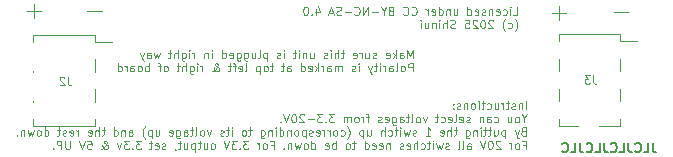
<source format=gbr>
%TF.GenerationSoftware,KiCad,Pcbnew,9.0.0*%
%TF.CreationDate,2025-04-21T19:14:20+02:00*%
%TF.ProjectId,HUSB238_3.3V_Version,48555342-3233-4385-9f33-2e33565f5665,rev?*%
%TF.SameCoordinates,Original*%
%TF.FileFunction,Legend,Bot*%
%TF.FilePolarity,Positive*%
%FSLAX46Y46*%
G04 Gerber Fmt 4.6, Leading zero omitted, Abs format (unit mm)*
G04 Created by KiCad (PCBNEW 9.0.0) date 2025-04-21 19:14:20*
%MOMM*%
%LPD*%
G01*
G04 APERTURE LIST*
%ADD10C,0.100000*%
%ADD11C,0.150000*%
%ADD12C,0.090000*%
%ADD13C,0.120000*%
%ADD14C,0.650000*%
%ADD15O,2.100000X1.000000*%
%ADD16O,1.600000X1.000000*%
%ADD17R,2.500000X1.000000*%
%ADD18R,1.700000X1.700000*%
%ADD19O,1.700000X1.700000*%
%ADD20R,3.150000X1.000000*%
G04 APERTURE END LIST*
D10*
X153970000Y-106750000D02*
X153970000Y-107950000D01*
X158560000Y-107300000D02*
X159760000Y-107300000D01*
X114010000Y-107180000D02*
X115210000Y-107180000D01*
X153370000Y-107350000D02*
X154570000Y-107350000D01*
X108860000Y-107190000D02*
X110060000Y-107190000D01*
X109460000Y-106590000D02*
X109460000Y-107790000D01*
X141557544Y-111192172D02*
X141557544Y-110492172D01*
X141557544Y-110492172D02*
X141324211Y-110992172D01*
X141324211Y-110992172D02*
X141090877Y-110492172D01*
X141090877Y-110492172D02*
X141090877Y-111192172D01*
X140457544Y-111192172D02*
X140457544Y-110825505D01*
X140457544Y-110825505D02*
X140490877Y-110758839D01*
X140490877Y-110758839D02*
X140557544Y-110725505D01*
X140557544Y-110725505D02*
X140690877Y-110725505D01*
X140690877Y-110725505D02*
X140757544Y-110758839D01*
X140457544Y-111158839D02*
X140524211Y-111192172D01*
X140524211Y-111192172D02*
X140690877Y-111192172D01*
X140690877Y-111192172D02*
X140757544Y-111158839D01*
X140757544Y-111158839D02*
X140790877Y-111092172D01*
X140790877Y-111092172D02*
X140790877Y-111025505D01*
X140790877Y-111025505D02*
X140757544Y-110958839D01*
X140757544Y-110958839D02*
X140690877Y-110925505D01*
X140690877Y-110925505D02*
X140524211Y-110925505D01*
X140524211Y-110925505D02*
X140457544Y-110892172D01*
X140124211Y-111192172D02*
X140124211Y-110492172D01*
X140057544Y-110925505D02*
X139857544Y-111192172D01*
X139857544Y-110725505D02*
X140124211Y-110992172D01*
X139290877Y-111158839D02*
X139357544Y-111192172D01*
X139357544Y-111192172D02*
X139490877Y-111192172D01*
X139490877Y-111192172D02*
X139557544Y-111158839D01*
X139557544Y-111158839D02*
X139590877Y-111092172D01*
X139590877Y-111092172D02*
X139590877Y-110825505D01*
X139590877Y-110825505D02*
X139557544Y-110758839D01*
X139557544Y-110758839D02*
X139490877Y-110725505D01*
X139490877Y-110725505D02*
X139357544Y-110725505D01*
X139357544Y-110725505D02*
X139290877Y-110758839D01*
X139290877Y-110758839D02*
X139257544Y-110825505D01*
X139257544Y-110825505D02*
X139257544Y-110892172D01*
X139257544Y-110892172D02*
X139590877Y-110958839D01*
X138457544Y-111158839D02*
X138390878Y-111192172D01*
X138390878Y-111192172D02*
X138257544Y-111192172D01*
X138257544Y-111192172D02*
X138190878Y-111158839D01*
X138190878Y-111158839D02*
X138157544Y-111092172D01*
X138157544Y-111092172D02*
X138157544Y-111058839D01*
X138157544Y-111058839D02*
X138190878Y-110992172D01*
X138190878Y-110992172D02*
X138257544Y-110958839D01*
X138257544Y-110958839D02*
X138357544Y-110958839D01*
X138357544Y-110958839D02*
X138424211Y-110925505D01*
X138424211Y-110925505D02*
X138457544Y-110858839D01*
X138457544Y-110858839D02*
X138457544Y-110825505D01*
X138457544Y-110825505D02*
X138424211Y-110758839D01*
X138424211Y-110758839D02*
X138357544Y-110725505D01*
X138357544Y-110725505D02*
X138257544Y-110725505D01*
X138257544Y-110725505D02*
X138190878Y-110758839D01*
X137557544Y-110725505D02*
X137557544Y-111192172D01*
X137857544Y-110725505D02*
X137857544Y-111092172D01*
X137857544Y-111092172D02*
X137824211Y-111158839D01*
X137824211Y-111158839D02*
X137757544Y-111192172D01*
X137757544Y-111192172D02*
X137657544Y-111192172D01*
X137657544Y-111192172D02*
X137590877Y-111158839D01*
X137590877Y-111158839D02*
X137557544Y-111125505D01*
X137224211Y-111192172D02*
X137224211Y-110725505D01*
X137224211Y-110858839D02*
X137190878Y-110792172D01*
X137190878Y-110792172D02*
X137157544Y-110758839D01*
X137157544Y-110758839D02*
X137090878Y-110725505D01*
X137090878Y-110725505D02*
X137024211Y-110725505D01*
X136524211Y-111158839D02*
X136590878Y-111192172D01*
X136590878Y-111192172D02*
X136724211Y-111192172D01*
X136724211Y-111192172D02*
X136790878Y-111158839D01*
X136790878Y-111158839D02*
X136824211Y-111092172D01*
X136824211Y-111092172D02*
X136824211Y-110825505D01*
X136824211Y-110825505D02*
X136790878Y-110758839D01*
X136790878Y-110758839D02*
X136724211Y-110725505D01*
X136724211Y-110725505D02*
X136590878Y-110725505D01*
X136590878Y-110725505D02*
X136524211Y-110758839D01*
X136524211Y-110758839D02*
X136490878Y-110825505D01*
X136490878Y-110825505D02*
X136490878Y-110892172D01*
X136490878Y-110892172D02*
X136824211Y-110958839D01*
X135757545Y-110725505D02*
X135490878Y-110725505D01*
X135657545Y-110492172D02*
X135657545Y-111092172D01*
X135657545Y-111092172D02*
X135624212Y-111158839D01*
X135624212Y-111158839D02*
X135557545Y-111192172D01*
X135557545Y-111192172D02*
X135490878Y-111192172D01*
X135257545Y-111192172D02*
X135257545Y-110492172D01*
X134957545Y-111192172D02*
X134957545Y-110825505D01*
X134957545Y-110825505D02*
X134990878Y-110758839D01*
X134990878Y-110758839D02*
X135057545Y-110725505D01*
X135057545Y-110725505D02*
X135157545Y-110725505D01*
X135157545Y-110725505D02*
X135224212Y-110758839D01*
X135224212Y-110758839D02*
X135257545Y-110792172D01*
X134624212Y-111192172D02*
X134624212Y-110725505D01*
X134624212Y-110492172D02*
X134657545Y-110525505D01*
X134657545Y-110525505D02*
X134624212Y-110558839D01*
X134624212Y-110558839D02*
X134590879Y-110525505D01*
X134590879Y-110525505D02*
X134624212Y-110492172D01*
X134624212Y-110492172D02*
X134624212Y-110558839D01*
X134324212Y-111158839D02*
X134257546Y-111192172D01*
X134257546Y-111192172D02*
X134124212Y-111192172D01*
X134124212Y-111192172D02*
X134057546Y-111158839D01*
X134057546Y-111158839D02*
X134024212Y-111092172D01*
X134024212Y-111092172D02*
X134024212Y-111058839D01*
X134024212Y-111058839D02*
X134057546Y-110992172D01*
X134057546Y-110992172D02*
X134124212Y-110958839D01*
X134124212Y-110958839D02*
X134224212Y-110958839D01*
X134224212Y-110958839D02*
X134290879Y-110925505D01*
X134290879Y-110925505D02*
X134324212Y-110858839D01*
X134324212Y-110858839D02*
X134324212Y-110825505D01*
X134324212Y-110825505D02*
X134290879Y-110758839D01*
X134290879Y-110758839D02*
X134224212Y-110725505D01*
X134224212Y-110725505D02*
X134124212Y-110725505D01*
X134124212Y-110725505D02*
X134057546Y-110758839D01*
X132890879Y-110725505D02*
X132890879Y-111192172D01*
X133190879Y-110725505D02*
X133190879Y-111092172D01*
X133190879Y-111092172D02*
X133157546Y-111158839D01*
X133157546Y-111158839D02*
X133090879Y-111192172D01*
X133090879Y-111192172D02*
X132990879Y-111192172D01*
X132990879Y-111192172D02*
X132924212Y-111158839D01*
X132924212Y-111158839D02*
X132890879Y-111125505D01*
X132557546Y-110725505D02*
X132557546Y-111192172D01*
X132557546Y-110792172D02*
X132524213Y-110758839D01*
X132524213Y-110758839D02*
X132457546Y-110725505D01*
X132457546Y-110725505D02*
X132357546Y-110725505D01*
X132357546Y-110725505D02*
X132290879Y-110758839D01*
X132290879Y-110758839D02*
X132257546Y-110825505D01*
X132257546Y-110825505D02*
X132257546Y-111192172D01*
X131924213Y-111192172D02*
X131924213Y-110725505D01*
X131924213Y-110492172D02*
X131957546Y-110525505D01*
X131957546Y-110525505D02*
X131924213Y-110558839D01*
X131924213Y-110558839D02*
X131890880Y-110525505D01*
X131890880Y-110525505D02*
X131924213Y-110492172D01*
X131924213Y-110492172D02*
X131924213Y-110558839D01*
X131690880Y-110725505D02*
X131424213Y-110725505D01*
X131590880Y-110492172D02*
X131590880Y-111092172D01*
X131590880Y-111092172D02*
X131557547Y-111158839D01*
X131557547Y-111158839D02*
X131490880Y-111192172D01*
X131490880Y-111192172D02*
X131424213Y-111192172D01*
X130657547Y-111192172D02*
X130657547Y-110725505D01*
X130657547Y-110492172D02*
X130690880Y-110525505D01*
X130690880Y-110525505D02*
X130657547Y-110558839D01*
X130657547Y-110558839D02*
X130624214Y-110525505D01*
X130624214Y-110525505D02*
X130657547Y-110492172D01*
X130657547Y-110492172D02*
X130657547Y-110558839D01*
X130357547Y-111158839D02*
X130290881Y-111192172D01*
X130290881Y-111192172D02*
X130157547Y-111192172D01*
X130157547Y-111192172D02*
X130090881Y-111158839D01*
X130090881Y-111158839D02*
X130057547Y-111092172D01*
X130057547Y-111092172D02*
X130057547Y-111058839D01*
X130057547Y-111058839D02*
X130090881Y-110992172D01*
X130090881Y-110992172D02*
X130157547Y-110958839D01*
X130157547Y-110958839D02*
X130257547Y-110958839D01*
X130257547Y-110958839D02*
X130324214Y-110925505D01*
X130324214Y-110925505D02*
X130357547Y-110858839D01*
X130357547Y-110858839D02*
X130357547Y-110825505D01*
X130357547Y-110825505D02*
X130324214Y-110758839D01*
X130324214Y-110758839D02*
X130257547Y-110725505D01*
X130257547Y-110725505D02*
X130157547Y-110725505D01*
X130157547Y-110725505D02*
X130090881Y-110758839D01*
X129224214Y-110725505D02*
X129224214Y-111425505D01*
X129224214Y-110758839D02*
X129157547Y-110725505D01*
X129157547Y-110725505D02*
X129024214Y-110725505D01*
X129024214Y-110725505D02*
X128957547Y-110758839D01*
X128957547Y-110758839D02*
X128924214Y-110792172D01*
X128924214Y-110792172D02*
X128890881Y-110858839D01*
X128890881Y-110858839D02*
X128890881Y-111058839D01*
X128890881Y-111058839D02*
X128924214Y-111125505D01*
X128924214Y-111125505D02*
X128957547Y-111158839D01*
X128957547Y-111158839D02*
X129024214Y-111192172D01*
X129024214Y-111192172D02*
X129157547Y-111192172D01*
X129157547Y-111192172D02*
X129224214Y-111158839D01*
X128490881Y-111192172D02*
X128557548Y-111158839D01*
X128557548Y-111158839D02*
X128590881Y-111092172D01*
X128590881Y-111092172D02*
X128590881Y-110492172D01*
X127924214Y-110725505D02*
X127924214Y-111192172D01*
X128224214Y-110725505D02*
X128224214Y-111092172D01*
X128224214Y-111092172D02*
X128190881Y-111158839D01*
X128190881Y-111158839D02*
X128124214Y-111192172D01*
X128124214Y-111192172D02*
X128024214Y-111192172D01*
X128024214Y-111192172D02*
X127957547Y-111158839D01*
X127957547Y-111158839D02*
X127924214Y-111125505D01*
X127290881Y-110725505D02*
X127290881Y-111292172D01*
X127290881Y-111292172D02*
X127324214Y-111358839D01*
X127324214Y-111358839D02*
X127357548Y-111392172D01*
X127357548Y-111392172D02*
X127424214Y-111425505D01*
X127424214Y-111425505D02*
X127524214Y-111425505D01*
X127524214Y-111425505D02*
X127590881Y-111392172D01*
X127290881Y-111158839D02*
X127357548Y-111192172D01*
X127357548Y-111192172D02*
X127490881Y-111192172D01*
X127490881Y-111192172D02*
X127557548Y-111158839D01*
X127557548Y-111158839D02*
X127590881Y-111125505D01*
X127590881Y-111125505D02*
X127624214Y-111058839D01*
X127624214Y-111058839D02*
X127624214Y-110858839D01*
X127624214Y-110858839D02*
X127590881Y-110792172D01*
X127590881Y-110792172D02*
X127557548Y-110758839D01*
X127557548Y-110758839D02*
X127490881Y-110725505D01*
X127490881Y-110725505D02*
X127357548Y-110725505D01*
X127357548Y-110725505D02*
X127290881Y-110758839D01*
X126657548Y-110725505D02*
X126657548Y-111292172D01*
X126657548Y-111292172D02*
X126690881Y-111358839D01*
X126690881Y-111358839D02*
X126724215Y-111392172D01*
X126724215Y-111392172D02*
X126790881Y-111425505D01*
X126790881Y-111425505D02*
X126890881Y-111425505D01*
X126890881Y-111425505D02*
X126957548Y-111392172D01*
X126657548Y-111158839D02*
X126724215Y-111192172D01*
X126724215Y-111192172D02*
X126857548Y-111192172D01*
X126857548Y-111192172D02*
X126924215Y-111158839D01*
X126924215Y-111158839D02*
X126957548Y-111125505D01*
X126957548Y-111125505D02*
X126990881Y-111058839D01*
X126990881Y-111058839D02*
X126990881Y-110858839D01*
X126990881Y-110858839D02*
X126957548Y-110792172D01*
X126957548Y-110792172D02*
X126924215Y-110758839D01*
X126924215Y-110758839D02*
X126857548Y-110725505D01*
X126857548Y-110725505D02*
X126724215Y-110725505D01*
X126724215Y-110725505D02*
X126657548Y-110758839D01*
X126057548Y-111158839D02*
X126124215Y-111192172D01*
X126124215Y-111192172D02*
X126257548Y-111192172D01*
X126257548Y-111192172D02*
X126324215Y-111158839D01*
X126324215Y-111158839D02*
X126357548Y-111092172D01*
X126357548Y-111092172D02*
X126357548Y-110825505D01*
X126357548Y-110825505D02*
X126324215Y-110758839D01*
X126324215Y-110758839D02*
X126257548Y-110725505D01*
X126257548Y-110725505D02*
X126124215Y-110725505D01*
X126124215Y-110725505D02*
X126057548Y-110758839D01*
X126057548Y-110758839D02*
X126024215Y-110825505D01*
X126024215Y-110825505D02*
X126024215Y-110892172D01*
X126024215Y-110892172D02*
X126357548Y-110958839D01*
X125424215Y-111192172D02*
X125424215Y-110492172D01*
X125424215Y-111158839D02*
X125490882Y-111192172D01*
X125490882Y-111192172D02*
X125624215Y-111192172D01*
X125624215Y-111192172D02*
X125690882Y-111158839D01*
X125690882Y-111158839D02*
X125724215Y-111125505D01*
X125724215Y-111125505D02*
X125757548Y-111058839D01*
X125757548Y-111058839D02*
X125757548Y-110858839D01*
X125757548Y-110858839D02*
X125724215Y-110792172D01*
X125724215Y-110792172D02*
X125690882Y-110758839D01*
X125690882Y-110758839D02*
X125624215Y-110725505D01*
X125624215Y-110725505D02*
X125490882Y-110725505D01*
X125490882Y-110725505D02*
X125424215Y-110758839D01*
X124557549Y-111192172D02*
X124557549Y-110725505D01*
X124557549Y-110492172D02*
X124590882Y-110525505D01*
X124590882Y-110525505D02*
X124557549Y-110558839D01*
X124557549Y-110558839D02*
X124524216Y-110525505D01*
X124524216Y-110525505D02*
X124557549Y-110492172D01*
X124557549Y-110492172D02*
X124557549Y-110558839D01*
X124224216Y-110725505D02*
X124224216Y-111192172D01*
X124224216Y-110792172D02*
X124190883Y-110758839D01*
X124190883Y-110758839D02*
X124124216Y-110725505D01*
X124124216Y-110725505D02*
X124024216Y-110725505D01*
X124024216Y-110725505D02*
X123957549Y-110758839D01*
X123957549Y-110758839D02*
X123924216Y-110825505D01*
X123924216Y-110825505D02*
X123924216Y-111192172D01*
X123057550Y-111192172D02*
X123057550Y-110725505D01*
X123057550Y-110858839D02*
X123024217Y-110792172D01*
X123024217Y-110792172D02*
X122990883Y-110758839D01*
X122990883Y-110758839D02*
X122924217Y-110725505D01*
X122924217Y-110725505D02*
X122857550Y-110725505D01*
X122624217Y-111192172D02*
X122624217Y-110725505D01*
X122624217Y-110492172D02*
X122657550Y-110525505D01*
X122657550Y-110525505D02*
X122624217Y-110558839D01*
X122624217Y-110558839D02*
X122590884Y-110525505D01*
X122590884Y-110525505D02*
X122624217Y-110492172D01*
X122624217Y-110492172D02*
X122624217Y-110558839D01*
X121990884Y-110725505D02*
X121990884Y-111292172D01*
X121990884Y-111292172D02*
X122024217Y-111358839D01*
X122024217Y-111358839D02*
X122057551Y-111392172D01*
X122057551Y-111392172D02*
X122124217Y-111425505D01*
X122124217Y-111425505D02*
X122224217Y-111425505D01*
X122224217Y-111425505D02*
X122290884Y-111392172D01*
X121990884Y-111158839D02*
X122057551Y-111192172D01*
X122057551Y-111192172D02*
X122190884Y-111192172D01*
X122190884Y-111192172D02*
X122257551Y-111158839D01*
X122257551Y-111158839D02*
X122290884Y-111125505D01*
X122290884Y-111125505D02*
X122324217Y-111058839D01*
X122324217Y-111058839D02*
X122324217Y-110858839D01*
X122324217Y-110858839D02*
X122290884Y-110792172D01*
X122290884Y-110792172D02*
X122257551Y-110758839D01*
X122257551Y-110758839D02*
X122190884Y-110725505D01*
X122190884Y-110725505D02*
X122057551Y-110725505D01*
X122057551Y-110725505D02*
X121990884Y-110758839D01*
X121657551Y-111192172D02*
X121657551Y-110492172D01*
X121357551Y-111192172D02*
X121357551Y-110825505D01*
X121357551Y-110825505D02*
X121390884Y-110758839D01*
X121390884Y-110758839D02*
X121457551Y-110725505D01*
X121457551Y-110725505D02*
X121557551Y-110725505D01*
X121557551Y-110725505D02*
X121624218Y-110758839D01*
X121624218Y-110758839D02*
X121657551Y-110792172D01*
X121124218Y-110725505D02*
X120857551Y-110725505D01*
X121024218Y-110492172D02*
X121024218Y-111092172D01*
X121024218Y-111092172D02*
X120990885Y-111158839D01*
X120990885Y-111158839D02*
X120924218Y-111192172D01*
X120924218Y-111192172D02*
X120857551Y-111192172D01*
X120157552Y-110725505D02*
X120024218Y-111192172D01*
X120024218Y-111192172D02*
X119890885Y-110858839D01*
X119890885Y-110858839D02*
X119757552Y-111192172D01*
X119757552Y-111192172D02*
X119624218Y-110725505D01*
X119057552Y-111192172D02*
X119057552Y-110825505D01*
X119057552Y-110825505D02*
X119090885Y-110758839D01*
X119090885Y-110758839D02*
X119157552Y-110725505D01*
X119157552Y-110725505D02*
X119290885Y-110725505D01*
X119290885Y-110725505D02*
X119357552Y-110758839D01*
X119057552Y-111158839D02*
X119124219Y-111192172D01*
X119124219Y-111192172D02*
X119290885Y-111192172D01*
X119290885Y-111192172D02*
X119357552Y-111158839D01*
X119357552Y-111158839D02*
X119390885Y-111092172D01*
X119390885Y-111092172D02*
X119390885Y-111025505D01*
X119390885Y-111025505D02*
X119357552Y-110958839D01*
X119357552Y-110958839D02*
X119290885Y-110925505D01*
X119290885Y-110925505D02*
X119124219Y-110925505D01*
X119124219Y-110925505D02*
X119057552Y-110892172D01*
X118790886Y-110725505D02*
X118624219Y-111192172D01*
X118457552Y-110725505D02*
X118624219Y-111192172D01*
X118624219Y-111192172D02*
X118690886Y-111358839D01*
X118690886Y-111358839D02*
X118724219Y-111392172D01*
X118724219Y-111392172D02*
X118790886Y-111425505D01*
X141557544Y-112319133D02*
X141557544Y-111619133D01*
X141557544Y-111619133D02*
X141290877Y-111619133D01*
X141290877Y-111619133D02*
X141224211Y-111652466D01*
X141224211Y-111652466D02*
X141190877Y-111685800D01*
X141190877Y-111685800D02*
X141157544Y-111752466D01*
X141157544Y-111752466D02*
X141157544Y-111852466D01*
X141157544Y-111852466D02*
X141190877Y-111919133D01*
X141190877Y-111919133D02*
X141224211Y-111952466D01*
X141224211Y-111952466D02*
X141290877Y-111985800D01*
X141290877Y-111985800D02*
X141557544Y-111985800D01*
X140757544Y-112319133D02*
X140824211Y-112285800D01*
X140824211Y-112285800D02*
X140857544Y-112252466D01*
X140857544Y-112252466D02*
X140890877Y-112185800D01*
X140890877Y-112185800D02*
X140890877Y-111985800D01*
X140890877Y-111985800D02*
X140857544Y-111919133D01*
X140857544Y-111919133D02*
X140824211Y-111885800D01*
X140824211Y-111885800D02*
X140757544Y-111852466D01*
X140757544Y-111852466D02*
X140657544Y-111852466D01*
X140657544Y-111852466D02*
X140590877Y-111885800D01*
X140590877Y-111885800D02*
X140557544Y-111919133D01*
X140557544Y-111919133D02*
X140524211Y-111985800D01*
X140524211Y-111985800D02*
X140524211Y-112185800D01*
X140524211Y-112185800D02*
X140557544Y-112252466D01*
X140557544Y-112252466D02*
X140590877Y-112285800D01*
X140590877Y-112285800D02*
X140657544Y-112319133D01*
X140657544Y-112319133D02*
X140757544Y-112319133D01*
X140124211Y-112319133D02*
X140190878Y-112285800D01*
X140190878Y-112285800D02*
X140224211Y-112219133D01*
X140224211Y-112219133D02*
X140224211Y-111619133D01*
X139557544Y-112319133D02*
X139557544Y-111952466D01*
X139557544Y-111952466D02*
X139590877Y-111885800D01*
X139590877Y-111885800D02*
X139657544Y-111852466D01*
X139657544Y-111852466D02*
X139790877Y-111852466D01*
X139790877Y-111852466D02*
X139857544Y-111885800D01*
X139557544Y-112285800D02*
X139624211Y-112319133D01*
X139624211Y-112319133D02*
X139790877Y-112319133D01*
X139790877Y-112319133D02*
X139857544Y-112285800D01*
X139857544Y-112285800D02*
X139890877Y-112219133D01*
X139890877Y-112219133D02*
X139890877Y-112152466D01*
X139890877Y-112152466D02*
X139857544Y-112085800D01*
X139857544Y-112085800D02*
X139790877Y-112052466D01*
X139790877Y-112052466D02*
X139624211Y-112052466D01*
X139624211Y-112052466D02*
X139557544Y-112019133D01*
X139224211Y-112319133D02*
X139224211Y-111852466D01*
X139224211Y-111985800D02*
X139190878Y-111919133D01*
X139190878Y-111919133D02*
X139157544Y-111885800D01*
X139157544Y-111885800D02*
X139090878Y-111852466D01*
X139090878Y-111852466D02*
X139024211Y-111852466D01*
X138790878Y-112319133D02*
X138790878Y-111852466D01*
X138790878Y-111619133D02*
X138824211Y-111652466D01*
X138824211Y-111652466D02*
X138790878Y-111685800D01*
X138790878Y-111685800D02*
X138757545Y-111652466D01*
X138757545Y-111652466D02*
X138790878Y-111619133D01*
X138790878Y-111619133D02*
X138790878Y-111685800D01*
X138557545Y-111852466D02*
X138290878Y-111852466D01*
X138457545Y-111619133D02*
X138457545Y-112219133D01*
X138457545Y-112219133D02*
X138424212Y-112285800D01*
X138424212Y-112285800D02*
X138357545Y-112319133D01*
X138357545Y-112319133D02*
X138290878Y-112319133D01*
X138124212Y-111852466D02*
X137957545Y-112319133D01*
X137790878Y-111852466D02*
X137957545Y-112319133D01*
X137957545Y-112319133D02*
X138024212Y-112485800D01*
X138024212Y-112485800D02*
X138057545Y-112519133D01*
X138057545Y-112519133D02*
X138124212Y-112552466D01*
X136990879Y-112319133D02*
X136990879Y-111852466D01*
X136990879Y-111619133D02*
X137024212Y-111652466D01*
X137024212Y-111652466D02*
X136990879Y-111685800D01*
X136990879Y-111685800D02*
X136957546Y-111652466D01*
X136957546Y-111652466D02*
X136990879Y-111619133D01*
X136990879Y-111619133D02*
X136990879Y-111685800D01*
X136690879Y-112285800D02*
X136624213Y-112319133D01*
X136624213Y-112319133D02*
X136490879Y-112319133D01*
X136490879Y-112319133D02*
X136424213Y-112285800D01*
X136424213Y-112285800D02*
X136390879Y-112219133D01*
X136390879Y-112219133D02*
X136390879Y-112185800D01*
X136390879Y-112185800D02*
X136424213Y-112119133D01*
X136424213Y-112119133D02*
X136490879Y-112085800D01*
X136490879Y-112085800D02*
X136590879Y-112085800D01*
X136590879Y-112085800D02*
X136657546Y-112052466D01*
X136657546Y-112052466D02*
X136690879Y-111985800D01*
X136690879Y-111985800D02*
X136690879Y-111952466D01*
X136690879Y-111952466D02*
X136657546Y-111885800D01*
X136657546Y-111885800D02*
X136590879Y-111852466D01*
X136590879Y-111852466D02*
X136490879Y-111852466D01*
X136490879Y-111852466D02*
X136424213Y-111885800D01*
X135557546Y-112319133D02*
X135557546Y-111852466D01*
X135557546Y-111919133D02*
X135524213Y-111885800D01*
X135524213Y-111885800D02*
X135457546Y-111852466D01*
X135457546Y-111852466D02*
X135357546Y-111852466D01*
X135357546Y-111852466D02*
X135290879Y-111885800D01*
X135290879Y-111885800D02*
X135257546Y-111952466D01*
X135257546Y-111952466D02*
X135257546Y-112319133D01*
X135257546Y-111952466D02*
X135224213Y-111885800D01*
X135224213Y-111885800D02*
X135157546Y-111852466D01*
X135157546Y-111852466D02*
X135057546Y-111852466D01*
X135057546Y-111852466D02*
X134990879Y-111885800D01*
X134990879Y-111885800D02*
X134957546Y-111952466D01*
X134957546Y-111952466D02*
X134957546Y-112319133D01*
X134324213Y-112319133D02*
X134324213Y-111952466D01*
X134324213Y-111952466D02*
X134357546Y-111885800D01*
X134357546Y-111885800D02*
X134424213Y-111852466D01*
X134424213Y-111852466D02*
X134557546Y-111852466D01*
X134557546Y-111852466D02*
X134624213Y-111885800D01*
X134324213Y-112285800D02*
X134390880Y-112319133D01*
X134390880Y-112319133D02*
X134557546Y-112319133D01*
X134557546Y-112319133D02*
X134624213Y-112285800D01*
X134624213Y-112285800D02*
X134657546Y-112219133D01*
X134657546Y-112219133D02*
X134657546Y-112152466D01*
X134657546Y-112152466D02*
X134624213Y-112085800D01*
X134624213Y-112085800D02*
X134557546Y-112052466D01*
X134557546Y-112052466D02*
X134390880Y-112052466D01*
X134390880Y-112052466D02*
X134324213Y-112019133D01*
X133990880Y-112319133D02*
X133990880Y-111852466D01*
X133990880Y-111985800D02*
X133957547Y-111919133D01*
X133957547Y-111919133D02*
X133924213Y-111885800D01*
X133924213Y-111885800D02*
X133857547Y-111852466D01*
X133857547Y-111852466D02*
X133790880Y-111852466D01*
X133557547Y-112319133D02*
X133557547Y-111619133D01*
X133490880Y-112052466D02*
X133290880Y-112319133D01*
X133290880Y-111852466D02*
X133557547Y-112119133D01*
X132724213Y-112285800D02*
X132790880Y-112319133D01*
X132790880Y-112319133D02*
X132924213Y-112319133D01*
X132924213Y-112319133D02*
X132990880Y-112285800D01*
X132990880Y-112285800D02*
X133024213Y-112219133D01*
X133024213Y-112219133D02*
X133024213Y-111952466D01*
X133024213Y-111952466D02*
X132990880Y-111885800D01*
X132990880Y-111885800D02*
X132924213Y-111852466D01*
X132924213Y-111852466D02*
X132790880Y-111852466D01*
X132790880Y-111852466D02*
X132724213Y-111885800D01*
X132724213Y-111885800D02*
X132690880Y-111952466D01*
X132690880Y-111952466D02*
X132690880Y-112019133D01*
X132690880Y-112019133D02*
X133024213Y-112085800D01*
X132090880Y-112319133D02*
X132090880Y-111619133D01*
X132090880Y-112285800D02*
X132157547Y-112319133D01*
X132157547Y-112319133D02*
X132290880Y-112319133D01*
X132290880Y-112319133D02*
X132357547Y-112285800D01*
X132357547Y-112285800D02*
X132390880Y-112252466D01*
X132390880Y-112252466D02*
X132424213Y-112185800D01*
X132424213Y-112185800D02*
X132424213Y-111985800D01*
X132424213Y-111985800D02*
X132390880Y-111919133D01*
X132390880Y-111919133D02*
X132357547Y-111885800D01*
X132357547Y-111885800D02*
X132290880Y-111852466D01*
X132290880Y-111852466D02*
X132157547Y-111852466D01*
X132157547Y-111852466D02*
X132090880Y-111885800D01*
X130924214Y-112319133D02*
X130924214Y-111952466D01*
X130924214Y-111952466D02*
X130957547Y-111885800D01*
X130957547Y-111885800D02*
X131024214Y-111852466D01*
X131024214Y-111852466D02*
X131157547Y-111852466D01*
X131157547Y-111852466D02*
X131224214Y-111885800D01*
X130924214Y-112285800D02*
X130990881Y-112319133D01*
X130990881Y-112319133D02*
X131157547Y-112319133D01*
X131157547Y-112319133D02*
X131224214Y-112285800D01*
X131224214Y-112285800D02*
X131257547Y-112219133D01*
X131257547Y-112219133D02*
X131257547Y-112152466D01*
X131257547Y-112152466D02*
X131224214Y-112085800D01*
X131224214Y-112085800D02*
X131157547Y-112052466D01*
X131157547Y-112052466D02*
X130990881Y-112052466D01*
X130990881Y-112052466D02*
X130924214Y-112019133D01*
X130690881Y-111852466D02*
X130424214Y-111852466D01*
X130590881Y-111619133D02*
X130590881Y-112219133D01*
X130590881Y-112219133D02*
X130557548Y-112285800D01*
X130557548Y-112285800D02*
X130490881Y-112319133D01*
X130490881Y-112319133D02*
X130424214Y-112319133D01*
X129757548Y-111852466D02*
X129490881Y-111852466D01*
X129657548Y-111619133D02*
X129657548Y-112219133D01*
X129657548Y-112219133D02*
X129624215Y-112285800D01*
X129624215Y-112285800D02*
X129557548Y-112319133D01*
X129557548Y-112319133D02*
X129490881Y-112319133D01*
X129157548Y-112319133D02*
X129224215Y-112285800D01*
X129224215Y-112285800D02*
X129257548Y-112252466D01*
X129257548Y-112252466D02*
X129290881Y-112185800D01*
X129290881Y-112185800D02*
X129290881Y-111985800D01*
X129290881Y-111985800D02*
X129257548Y-111919133D01*
X129257548Y-111919133D02*
X129224215Y-111885800D01*
X129224215Y-111885800D02*
X129157548Y-111852466D01*
X129157548Y-111852466D02*
X129057548Y-111852466D01*
X129057548Y-111852466D02*
X128990881Y-111885800D01*
X128990881Y-111885800D02*
X128957548Y-111919133D01*
X128957548Y-111919133D02*
X128924215Y-111985800D01*
X128924215Y-111985800D02*
X128924215Y-112185800D01*
X128924215Y-112185800D02*
X128957548Y-112252466D01*
X128957548Y-112252466D02*
X128990881Y-112285800D01*
X128990881Y-112285800D02*
X129057548Y-112319133D01*
X129057548Y-112319133D02*
X129157548Y-112319133D01*
X128624215Y-111852466D02*
X128624215Y-112552466D01*
X128624215Y-111885800D02*
X128557548Y-111852466D01*
X128557548Y-111852466D02*
X128424215Y-111852466D01*
X128424215Y-111852466D02*
X128357548Y-111885800D01*
X128357548Y-111885800D02*
X128324215Y-111919133D01*
X128324215Y-111919133D02*
X128290882Y-111985800D01*
X128290882Y-111985800D02*
X128290882Y-112185800D01*
X128290882Y-112185800D02*
X128324215Y-112252466D01*
X128324215Y-112252466D02*
X128357548Y-112285800D01*
X128357548Y-112285800D02*
X128424215Y-112319133D01*
X128424215Y-112319133D02*
X128557548Y-112319133D01*
X128557548Y-112319133D02*
X128624215Y-112285800D01*
X127357549Y-112319133D02*
X127424216Y-112285800D01*
X127424216Y-112285800D02*
X127457549Y-112219133D01*
X127457549Y-112219133D02*
X127457549Y-111619133D01*
X126824215Y-112285800D02*
X126890882Y-112319133D01*
X126890882Y-112319133D02*
X127024215Y-112319133D01*
X127024215Y-112319133D02*
X127090882Y-112285800D01*
X127090882Y-112285800D02*
X127124215Y-112219133D01*
X127124215Y-112219133D02*
X127124215Y-111952466D01*
X127124215Y-111952466D02*
X127090882Y-111885800D01*
X127090882Y-111885800D02*
X127024215Y-111852466D01*
X127024215Y-111852466D02*
X126890882Y-111852466D01*
X126890882Y-111852466D02*
X126824215Y-111885800D01*
X126824215Y-111885800D02*
X126790882Y-111952466D01*
X126790882Y-111952466D02*
X126790882Y-112019133D01*
X126790882Y-112019133D02*
X127124215Y-112085800D01*
X126590882Y-111852466D02*
X126324215Y-111852466D01*
X126490882Y-112319133D02*
X126490882Y-111719133D01*
X126490882Y-111719133D02*
X126457549Y-111652466D01*
X126457549Y-111652466D02*
X126390882Y-111619133D01*
X126390882Y-111619133D02*
X126324215Y-111619133D01*
X126190882Y-111852466D02*
X125924215Y-111852466D01*
X126090882Y-111619133D02*
X126090882Y-112219133D01*
X126090882Y-112219133D02*
X126057549Y-112285800D01*
X126057549Y-112285800D02*
X125990882Y-112319133D01*
X125990882Y-112319133D02*
X125924215Y-112319133D01*
X124590882Y-112319133D02*
X124624216Y-112319133D01*
X124624216Y-112319133D02*
X124690882Y-112285800D01*
X124690882Y-112285800D02*
X124790882Y-112185800D01*
X124790882Y-112185800D02*
X124957549Y-111985800D01*
X124957549Y-111985800D02*
X125024216Y-111885800D01*
X125024216Y-111885800D02*
X125057549Y-111785800D01*
X125057549Y-111785800D02*
X125057549Y-111719133D01*
X125057549Y-111719133D02*
X125024216Y-111652466D01*
X125024216Y-111652466D02*
X124957549Y-111619133D01*
X124957549Y-111619133D02*
X124924216Y-111619133D01*
X124924216Y-111619133D02*
X124857549Y-111652466D01*
X124857549Y-111652466D02*
X124824216Y-111719133D01*
X124824216Y-111719133D02*
X124824216Y-111752466D01*
X124824216Y-111752466D02*
X124857549Y-111819133D01*
X124857549Y-111819133D02*
X124890882Y-111852466D01*
X124890882Y-111852466D02*
X125090882Y-111985800D01*
X125090882Y-111985800D02*
X125124216Y-112019133D01*
X125124216Y-112019133D02*
X125157549Y-112085800D01*
X125157549Y-112085800D02*
X125157549Y-112185800D01*
X125157549Y-112185800D02*
X125124216Y-112252466D01*
X125124216Y-112252466D02*
X125090882Y-112285800D01*
X125090882Y-112285800D02*
X125024216Y-112319133D01*
X125024216Y-112319133D02*
X124924216Y-112319133D01*
X124924216Y-112319133D02*
X124857549Y-112285800D01*
X124857549Y-112285800D02*
X124824216Y-112252466D01*
X124824216Y-112252466D02*
X124724216Y-112119133D01*
X124724216Y-112119133D02*
X124690882Y-112019133D01*
X124690882Y-112019133D02*
X124690882Y-111952466D01*
X123757549Y-112319133D02*
X123757549Y-111852466D01*
X123757549Y-111985800D02*
X123724216Y-111919133D01*
X123724216Y-111919133D02*
X123690882Y-111885800D01*
X123690882Y-111885800D02*
X123624216Y-111852466D01*
X123624216Y-111852466D02*
X123557549Y-111852466D01*
X123324216Y-112319133D02*
X123324216Y-111852466D01*
X123324216Y-111619133D02*
X123357549Y-111652466D01*
X123357549Y-111652466D02*
X123324216Y-111685800D01*
X123324216Y-111685800D02*
X123290883Y-111652466D01*
X123290883Y-111652466D02*
X123324216Y-111619133D01*
X123324216Y-111619133D02*
X123324216Y-111685800D01*
X122690883Y-111852466D02*
X122690883Y-112419133D01*
X122690883Y-112419133D02*
X122724216Y-112485800D01*
X122724216Y-112485800D02*
X122757550Y-112519133D01*
X122757550Y-112519133D02*
X122824216Y-112552466D01*
X122824216Y-112552466D02*
X122924216Y-112552466D01*
X122924216Y-112552466D02*
X122990883Y-112519133D01*
X122690883Y-112285800D02*
X122757550Y-112319133D01*
X122757550Y-112319133D02*
X122890883Y-112319133D01*
X122890883Y-112319133D02*
X122957550Y-112285800D01*
X122957550Y-112285800D02*
X122990883Y-112252466D01*
X122990883Y-112252466D02*
X123024216Y-112185800D01*
X123024216Y-112185800D02*
X123024216Y-111985800D01*
X123024216Y-111985800D02*
X122990883Y-111919133D01*
X122990883Y-111919133D02*
X122957550Y-111885800D01*
X122957550Y-111885800D02*
X122890883Y-111852466D01*
X122890883Y-111852466D02*
X122757550Y-111852466D01*
X122757550Y-111852466D02*
X122690883Y-111885800D01*
X122357550Y-112319133D02*
X122357550Y-111619133D01*
X122057550Y-112319133D02*
X122057550Y-111952466D01*
X122057550Y-111952466D02*
X122090883Y-111885800D01*
X122090883Y-111885800D02*
X122157550Y-111852466D01*
X122157550Y-111852466D02*
X122257550Y-111852466D01*
X122257550Y-111852466D02*
X122324217Y-111885800D01*
X122324217Y-111885800D02*
X122357550Y-111919133D01*
X121824217Y-111852466D02*
X121557550Y-111852466D01*
X121724217Y-111619133D02*
X121724217Y-112219133D01*
X121724217Y-112219133D02*
X121690884Y-112285800D01*
X121690884Y-112285800D02*
X121624217Y-112319133D01*
X121624217Y-112319133D02*
X121557550Y-112319133D01*
X120690884Y-112319133D02*
X120757551Y-112285800D01*
X120757551Y-112285800D02*
X120790884Y-112252466D01*
X120790884Y-112252466D02*
X120824217Y-112185800D01*
X120824217Y-112185800D02*
X120824217Y-111985800D01*
X120824217Y-111985800D02*
X120790884Y-111919133D01*
X120790884Y-111919133D02*
X120757551Y-111885800D01*
X120757551Y-111885800D02*
X120690884Y-111852466D01*
X120690884Y-111852466D02*
X120590884Y-111852466D01*
X120590884Y-111852466D02*
X120524217Y-111885800D01*
X120524217Y-111885800D02*
X120490884Y-111919133D01*
X120490884Y-111919133D02*
X120457551Y-111985800D01*
X120457551Y-111985800D02*
X120457551Y-112185800D01*
X120457551Y-112185800D02*
X120490884Y-112252466D01*
X120490884Y-112252466D02*
X120524217Y-112285800D01*
X120524217Y-112285800D02*
X120590884Y-112319133D01*
X120590884Y-112319133D02*
X120690884Y-112319133D01*
X120257551Y-111852466D02*
X119990884Y-111852466D01*
X120157551Y-112319133D02*
X120157551Y-111719133D01*
X120157551Y-111719133D02*
X120124218Y-111652466D01*
X120124218Y-111652466D02*
X120057551Y-111619133D01*
X120057551Y-111619133D02*
X119990884Y-111619133D01*
X119224218Y-112319133D02*
X119224218Y-111619133D01*
X119224218Y-111885800D02*
X119157551Y-111852466D01*
X119157551Y-111852466D02*
X119024218Y-111852466D01*
X119024218Y-111852466D02*
X118957551Y-111885800D01*
X118957551Y-111885800D02*
X118924218Y-111919133D01*
X118924218Y-111919133D02*
X118890885Y-111985800D01*
X118890885Y-111985800D02*
X118890885Y-112185800D01*
X118890885Y-112185800D02*
X118924218Y-112252466D01*
X118924218Y-112252466D02*
X118957551Y-112285800D01*
X118957551Y-112285800D02*
X119024218Y-112319133D01*
X119024218Y-112319133D02*
X119157551Y-112319133D01*
X119157551Y-112319133D02*
X119224218Y-112285800D01*
X118490885Y-112319133D02*
X118557552Y-112285800D01*
X118557552Y-112285800D02*
X118590885Y-112252466D01*
X118590885Y-112252466D02*
X118624218Y-112185800D01*
X118624218Y-112185800D02*
X118624218Y-111985800D01*
X118624218Y-111985800D02*
X118590885Y-111919133D01*
X118590885Y-111919133D02*
X118557552Y-111885800D01*
X118557552Y-111885800D02*
X118490885Y-111852466D01*
X118490885Y-111852466D02*
X118390885Y-111852466D01*
X118390885Y-111852466D02*
X118324218Y-111885800D01*
X118324218Y-111885800D02*
X118290885Y-111919133D01*
X118290885Y-111919133D02*
X118257552Y-111985800D01*
X118257552Y-111985800D02*
X118257552Y-112185800D01*
X118257552Y-112185800D02*
X118290885Y-112252466D01*
X118290885Y-112252466D02*
X118324218Y-112285800D01*
X118324218Y-112285800D02*
X118390885Y-112319133D01*
X118390885Y-112319133D02*
X118490885Y-112319133D01*
X117657552Y-112319133D02*
X117657552Y-111952466D01*
X117657552Y-111952466D02*
X117690885Y-111885800D01*
X117690885Y-111885800D02*
X117757552Y-111852466D01*
X117757552Y-111852466D02*
X117890885Y-111852466D01*
X117890885Y-111852466D02*
X117957552Y-111885800D01*
X117657552Y-112285800D02*
X117724219Y-112319133D01*
X117724219Y-112319133D02*
X117890885Y-112319133D01*
X117890885Y-112319133D02*
X117957552Y-112285800D01*
X117957552Y-112285800D02*
X117990885Y-112219133D01*
X117990885Y-112219133D02*
X117990885Y-112152466D01*
X117990885Y-112152466D02*
X117957552Y-112085800D01*
X117957552Y-112085800D02*
X117890885Y-112052466D01*
X117890885Y-112052466D02*
X117724219Y-112052466D01*
X117724219Y-112052466D02*
X117657552Y-112019133D01*
X117324219Y-112319133D02*
X117324219Y-111852466D01*
X117324219Y-111985800D02*
X117290886Y-111919133D01*
X117290886Y-111919133D02*
X117257552Y-111885800D01*
X117257552Y-111885800D02*
X117190886Y-111852466D01*
X117190886Y-111852466D02*
X117124219Y-111852466D01*
X116590886Y-112319133D02*
X116590886Y-111619133D01*
X116590886Y-112285800D02*
X116657553Y-112319133D01*
X116657553Y-112319133D02*
X116790886Y-112319133D01*
X116790886Y-112319133D02*
X116857553Y-112285800D01*
X116857553Y-112285800D02*
X116890886Y-112252466D01*
X116890886Y-112252466D02*
X116924219Y-112185800D01*
X116924219Y-112185800D02*
X116924219Y-111985800D01*
X116924219Y-111985800D02*
X116890886Y-111919133D01*
X116890886Y-111919133D02*
X116857553Y-111885800D01*
X116857553Y-111885800D02*
X116790886Y-111852466D01*
X116790886Y-111852466D02*
X116657553Y-111852466D01*
X116657553Y-111852466D02*
X116590886Y-111885800D01*
X150054211Y-107542172D02*
X150387544Y-107542172D01*
X150387544Y-107542172D02*
X150387544Y-106842172D01*
X149820877Y-107542172D02*
X149820877Y-107075505D01*
X149820877Y-106842172D02*
X149854210Y-106875505D01*
X149854210Y-106875505D02*
X149820877Y-106908839D01*
X149820877Y-106908839D02*
X149787544Y-106875505D01*
X149787544Y-106875505D02*
X149820877Y-106842172D01*
X149820877Y-106842172D02*
X149820877Y-106908839D01*
X149187544Y-107508839D02*
X149254211Y-107542172D01*
X149254211Y-107542172D02*
X149387544Y-107542172D01*
X149387544Y-107542172D02*
X149454211Y-107508839D01*
X149454211Y-107508839D02*
X149487544Y-107475505D01*
X149487544Y-107475505D02*
X149520877Y-107408839D01*
X149520877Y-107408839D02*
X149520877Y-107208839D01*
X149520877Y-107208839D02*
X149487544Y-107142172D01*
X149487544Y-107142172D02*
X149454211Y-107108839D01*
X149454211Y-107108839D02*
X149387544Y-107075505D01*
X149387544Y-107075505D02*
X149254211Y-107075505D01*
X149254211Y-107075505D02*
X149187544Y-107108839D01*
X148620877Y-107508839D02*
X148687544Y-107542172D01*
X148687544Y-107542172D02*
X148820877Y-107542172D01*
X148820877Y-107542172D02*
X148887544Y-107508839D01*
X148887544Y-107508839D02*
X148920877Y-107442172D01*
X148920877Y-107442172D02*
X148920877Y-107175505D01*
X148920877Y-107175505D02*
X148887544Y-107108839D01*
X148887544Y-107108839D02*
X148820877Y-107075505D01*
X148820877Y-107075505D02*
X148687544Y-107075505D01*
X148687544Y-107075505D02*
X148620877Y-107108839D01*
X148620877Y-107108839D02*
X148587544Y-107175505D01*
X148587544Y-107175505D02*
X148587544Y-107242172D01*
X148587544Y-107242172D02*
X148920877Y-107308839D01*
X148287544Y-107075505D02*
X148287544Y-107542172D01*
X148287544Y-107142172D02*
X148254211Y-107108839D01*
X148254211Y-107108839D02*
X148187544Y-107075505D01*
X148187544Y-107075505D02*
X148087544Y-107075505D01*
X148087544Y-107075505D02*
X148020877Y-107108839D01*
X148020877Y-107108839D02*
X147987544Y-107175505D01*
X147987544Y-107175505D02*
X147987544Y-107542172D01*
X147687544Y-107508839D02*
X147620878Y-107542172D01*
X147620878Y-107542172D02*
X147487544Y-107542172D01*
X147487544Y-107542172D02*
X147420878Y-107508839D01*
X147420878Y-107508839D02*
X147387544Y-107442172D01*
X147387544Y-107442172D02*
X147387544Y-107408839D01*
X147387544Y-107408839D02*
X147420878Y-107342172D01*
X147420878Y-107342172D02*
X147487544Y-107308839D01*
X147487544Y-107308839D02*
X147587544Y-107308839D01*
X147587544Y-107308839D02*
X147654211Y-107275505D01*
X147654211Y-107275505D02*
X147687544Y-107208839D01*
X147687544Y-107208839D02*
X147687544Y-107175505D01*
X147687544Y-107175505D02*
X147654211Y-107108839D01*
X147654211Y-107108839D02*
X147587544Y-107075505D01*
X147587544Y-107075505D02*
X147487544Y-107075505D01*
X147487544Y-107075505D02*
X147420878Y-107108839D01*
X146820877Y-107508839D02*
X146887544Y-107542172D01*
X146887544Y-107542172D02*
X147020877Y-107542172D01*
X147020877Y-107542172D02*
X147087544Y-107508839D01*
X147087544Y-107508839D02*
X147120877Y-107442172D01*
X147120877Y-107442172D02*
X147120877Y-107175505D01*
X147120877Y-107175505D02*
X147087544Y-107108839D01*
X147087544Y-107108839D02*
X147020877Y-107075505D01*
X147020877Y-107075505D02*
X146887544Y-107075505D01*
X146887544Y-107075505D02*
X146820877Y-107108839D01*
X146820877Y-107108839D02*
X146787544Y-107175505D01*
X146787544Y-107175505D02*
X146787544Y-107242172D01*
X146787544Y-107242172D02*
X147120877Y-107308839D01*
X146187544Y-107542172D02*
X146187544Y-106842172D01*
X146187544Y-107508839D02*
X146254211Y-107542172D01*
X146254211Y-107542172D02*
X146387544Y-107542172D01*
X146387544Y-107542172D02*
X146454211Y-107508839D01*
X146454211Y-107508839D02*
X146487544Y-107475505D01*
X146487544Y-107475505D02*
X146520877Y-107408839D01*
X146520877Y-107408839D02*
X146520877Y-107208839D01*
X146520877Y-107208839D02*
X146487544Y-107142172D01*
X146487544Y-107142172D02*
X146454211Y-107108839D01*
X146454211Y-107108839D02*
X146387544Y-107075505D01*
X146387544Y-107075505D02*
X146254211Y-107075505D01*
X146254211Y-107075505D02*
X146187544Y-107108839D01*
X145020878Y-107075505D02*
X145020878Y-107542172D01*
X145320878Y-107075505D02*
X145320878Y-107442172D01*
X145320878Y-107442172D02*
X145287545Y-107508839D01*
X145287545Y-107508839D02*
X145220878Y-107542172D01*
X145220878Y-107542172D02*
X145120878Y-107542172D01*
X145120878Y-107542172D02*
X145054211Y-107508839D01*
X145054211Y-107508839D02*
X145020878Y-107475505D01*
X144687545Y-107075505D02*
X144687545Y-107542172D01*
X144687545Y-107142172D02*
X144654212Y-107108839D01*
X144654212Y-107108839D02*
X144587545Y-107075505D01*
X144587545Y-107075505D02*
X144487545Y-107075505D01*
X144487545Y-107075505D02*
X144420878Y-107108839D01*
X144420878Y-107108839D02*
X144387545Y-107175505D01*
X144387545Y-107175505D02*
X144387545Y-107542172D01*
X143754212Y-107542172D02*
X143754212Y-106842172D01*
X143754212Y-107508839D02*
X143820879Y-107542172D01*
X143820879Y-107542172D02*
X143954212Y-107542172D01*
X143954212Y-107542172D02*
X144020879Y-107508839D01*
X144020879Y-107508839D02*
X144054212Y-107475505D01*
X144054212Y-107475505D02*
X144087545Y-107408839D01*
X144087545Y-107408839D02*
X144087545Y-107208839D01*
X144087545Y-107208839D02*
X144054212Y-107142172D01*
X144054212Y-107142172D02*
X144020879Y-107108839D01*
X144020879Y-107108839D02*
X143954212Y-107075505D01*
X143954212Y-107075505D02*
X143820879Y-107075505D01*
X143820879Y-107075505D02*
X143754212Y-107108839D01*
X143154212Y-107508839D02*
X143220879Y-107542172D01*
X143220879Y-107542172D02*
X143354212Y-107542172D01*
X143354212Y-107542172D02*
X143420879Y-107508839D01*
X143420879Y-107508839D02*
X143454212Y-107442172D01*
X143454212Y-107442172D02*
X143454212Y-107175505D01*
X143454212Y-107175505D02*
X143420879Y-107108839D01*
X143420879Y-107108839D02*
X143354212Y-107075505D01*
X143354212Y-107075505D02*
X143220879Y-107075505D01*
X143220879Y-107075505D02*
X143154212Y-107108839D01*
X143154212Y-107108839D02*
X143120879Y-107175505D01*
X143120879Y-107175505D02*
X143120879Y-107242172D01*
X143120879Y-107242172D02*
X143454212Y-107308839D01*
X142820879Y-107542172D02*
X142820879Y-107075505D01*
X142820879Y-107208839D02*
X142787546Y-107142172D01*
X142787546Y-107142172D02*
X142754212Y-107108839D01*
X142754212Y-107108839D02*
X142687546Y-107075505D01*
X142687546Y-107075505D02*
X142620879Y-107075505D01*
X141454213Y-107475505D02*
X141487546Y-107508839D01*
X141487546Y-107508839D02*
X141587546Y-107542172D01*
X141587546Y-107542172D02*
X141654213Y-107542172D01*
X141654213Y-107542172D02*
X141754213Y-107508839D01*
X141754213Y-107508839D02*
X141820880Y-107442172D01*
X141820880Y-107442172D02*
X141854213Y-107375505D01*
X141854213Y-107375505D02*
X141887546Y-107242172D01*
X141887546Y-107242172D02*
X141887546Y-107142172D01*
X141887546Y-107142172D02*
X141854213Y-107008839D01*
X141854213Y-107008839D02*
X141820880Y-106942172D01*
X141820880Y-106942172D02*
X141754213Y-106875505D01*
X141754213Y-106875505D02*
X141654213Y-106842172D01*
X141654213Y-106842172D02*
X141587546Y-106842172D01*
X141587546Y-106842172D02*
X141487546Y-106875505D01*
X141487546Y-106875505D02*
X141454213Y-106908839D01*
X140754213Y-107475505D02*
X140787546Y-107508839D01*
X140787546Y-107508839D02*
X140887546Y-107542172D01*
X140887546Y-107542172D02*
X140954213Y-107542172D01*
X140954213Y-107542172D02*
X141054213Y-107508839D01*
X141054213Y-107508839D02*
X141120880Y-107442172D01*
X141120880Y-107442172D02*
X141154213Y-107375505D01*
X141154213Y-107375505D02*
X141187546Y-107242172D01*
X141187546Y-107242172D02*
X141187546Y-107142172D01*
X141187546Y-107142172D02*
X141154213Y-107008839D01*
X141154213Y-107008839D02*
X141120880Y-106942172D01*
X141120880Y-106942172D02*
X141054213Y-106875505D01*
X141054213Y-106875505D02*
X140954213Y-106842172D01*
X140954213Y-106842172D02*
X140887546Y-106842172D01*
X140887546Y-106842172D02*
X140787546Y-106875505D01*
X140787546Y-106875505D02*
X140754213Y-106908839D01*
X139687547Y-107175505D02*
X139587547Y-107208839D01*
X139587547Y-107208839D02*
X139554213Y-107242172D01*
X139554213Y-107242172D02*
X139520880Y-107308839D01*
X139520880Y-107308839D02*
X139520880Y-107408839D01*
X139520880Y-107408839D02*
X139554213Y-107475505D01*
X139554213Y-107475505D02*
X139587547Y-107508839D01*
X139587547Y-107508839D02*
X139654213Y-107542172D01*
X139654213Y-107542172D02*
X139920880Y-107542172D01*
X139920880Y-107542172D02*
X139920880Y-106842172D01*
X139920880Y-106842172D02*
X139687547Y-106842172D01*
X139687547Y-106842172D02*
X139620880Y-106875505D01*
X139620880Y-106875505D02*
X139587547Y-106908839D01*
X139587547Y-106908839D02*
X139554213Y-106975505D01*
X139554213Y-106975505D02*
X139554213Y-107042172D01*
X139554213Y-107042172D02*
X139587547Y-107108839D01*
X139587547Y-107108839D02*
X139620880Y-107142172D01*
X139620880Y-107142172D02*
X139687547Y-107175505D01*
X139687547Y-107175505D02*
X139920880Y-107175505D01*
X139087547Y-107208839D02*
X139087547Y-107542172D01*
X139320880Y-106842172D02*
X139087547Y-107208839D01*
X139087547Y-107208839D02*
X138854213Y-106842172D01*
X138620880Y-107275505D02*
X138087547Y-107275505D01*
X137754213Y-107542172D02*
X137754213Y-106842172D01*
X137754213Y-106842172D02*
X137354213Y-107542172D01*
X137354213Y-107542172D02*
X137354213Y-106842172D01*
X136620880Y-107475505D02*
X136654213Y-107508839D01*
X136654213Y-107508839D02*
X136754213Y-107542172D01*
X136754213Y-107542172D02*
X136820880Y-107542172D01*
X136820880Y-107542172D02*
X136920880Y-107508839D01*
X136920880Y-107508839D02*
X136987547Y-107442172D01*
X136987547Y-107442172D02*
X137020880Y-107375505D01*
X137020880Y-107375505D02*
X137054213Y-107242172D01*
X137054213Y-107242172D02*
X137054213Y-107142172D01*
X137054213Y-107142172D02*
X137020880Y-107008839D01*
X137020880Y-107008839D02*
X136987547Y-106942172D01*
X136987547Y-106942172D02*
X136920880Y-106875505D01*
X136920880Y-106875505D02*
X136820880Y-106842172D01*
X136820880Y-106842172D02*
X136754213Y-106842172D01*
X136754213Y-106842172D02*
X136654213Y-106875505D01*
X136654213Y-106875505D02*
X136620880Y-106908839D01*
X136320880Y-107275505D02*
X135787547Y-107275505D01*
X135487546Y-107508839D02*
X135387546Y-107542172D01*
X135387546Y-107542172D02*
X135220880Y-107542172D01*
X135220880Y-107542172D02*
X135154213Y-107508839D01*
X135154213Y-107508839D02*
X135120880Y-107475505D01*
X135120880Y-107475505D02*
X135087546Y-107408839D01*
X135087546Y-107408839D02*
X135087546Y-107342172D01*
X135087546Y-107342172D02*
X135120880Y-107275505D01*
X135120880Y-107275505D02*
X135154213Y-107242172D01*
X135154213Y-107242172D02*
X135220880Y-107208839D01*
X135220880Y-107208839D02*
X135354213Y-107175505D01*
X135354213Y-107175505D02*
X135420880Y-107142172D01*
X135420880Y-107142172D02*
X135454213Y-107108839D01*
X135454213Y-107108839D02*
X135487546Y-107042172D01*
X135487546Y-107042172D02*
X135487546Y-106975505D01*
X135487546Y-106975505D02*
X135454213Y-106908839D01*
X135454213Y-106908839D02*
X135420880Y-106875505D01*
X135420880Y-106875505D02*
X135354213Y-106842172D01*
X135354213Y-106842172D02*
X135187546Y-106842172D01*
X135187546Y-106842172D02*
X135087546Y-106875505D01*
X134820879Y-107342172D02*
X134487546Y-107342172D01*
X134887546Y-107542172D02*
X134654213Y-106842172D01*
X134654213Y-106842172D02*
X134420879Y-107542172D01*
X133354213Y-107075505D02*
X133354213Y-107542172D01*
X133520880Y-106808839D02*
X133687546Y-107308839D01*
X133687546Y-107308839D02*
X133254213Y-107308839D01*
X132987546Y-107475505D02*
X132954213Y-107508839D01*
X132954213Y-107508839D02*
X132987546Y-107542172D01*
X132987546Y-107542172D02*
X133020879Y-107508839D01*
X133020879Y-107508839D02*
X132987546Y-107475505D01*
X132987546Y-107475505D02*
X132987546Y-107542172D01*
X132520880Y-106842172D02*
X132454213Y-106842172D01*
X132454213Y-106842172D02*
X132387546Y-106875505D01*
X132387546Y-106875505D02*
X132354213Y-106908839D01*
X132354213Y-106908839D02*
X132320880Y-106975505D01*
X132320880Y-106975505D02*
X132287546Y-107108839D01*
X132287546Y-107108839D02*
X132287546Y-107275505D01*
X132287546Y-107275505D02*
X132320880Y-107408839D01*
X132320880Y-107408839D02*
X132354213Y-107475505D01*
X132354213Y-107475505D02*
X132387546Y-107508839D01*
X132387546Y-107508839D02*
X132454213Y-107542172D01*
X132454213Y-107542172D02*
X132520880Y-107542172D01*
X132520880Y-107542172D02*
X132587546Y-107508839D01*
X132587546Y-107508839D02*
X132620880Y-107475505D01*
X132620880Y-107475505D02*
X132654213Y-107408839D01*
X132654213Y-107408839D02*
X132687546Y-107275505D01*
X132687546Y-107275505D02*
X132687546Y-107108839D01*
X132687546Y-107108839D02*
X132654213Y-106975505D01*
X132654213Y-106975505D02*
X132620880Y-106908839D01*
X132620880Y-106908839D02*
X132587546Y-106875505D01*
X132587546Y-106875505D02*
X132520880Y-106842172D01*
X150187544Y-108935800D02*
X150220877Y-108902466D01*
X150220877Y-108902466D02*
X150287544Y-108802466D01*
X150287544Y-108802466D02*
X150320877Y-108735800D01*
X150320877Y-108735800D02*
X150354211Y-108635800D01*
X150354211Y-108635800D02*
X150387544Y-108469133D01*
X150387544Y-108469133D02*
X150387544Y-108335800D01*
X150387544Y-108335800D02*
X150354211Y-108169133D01*
X150354211Y-108169133D02*
X150320877Y-108069133D01*
X150320877Y-108069133D02*
X150287544Y-108002466D01*
X150287544Y-108002466D02*
X150220877Y-107902466D01*
X150220877Y-107902466D02*
X150187544Y-107869133D01*
X149620877Y-108635800D02*
X149687544Y-108669133D01*
X149687544Y-108669133D02*
X149820877Y-108669133D01*
X149820877Y-108669133D02*
X149887544Y-108635800D01*
X149887544Y-108635800D02*
X149920877Y-108602466D01*
X149920877Y-108602466D02*
X149954210Y-108535800D01*
X149954210Y-108535800D02*
X149954210Y-108335800D01*
X149954210Y-108335800D02*
X149920877Y-108269133D01*
X149920877Y-108269133D02*
X149887544Y-108235800D01*
X149887544Y-108235800D02*
X149820877Y-108202466D01*
X149820877Y-108202466D02*
X149687544Y-108202466D01*
X149687544Y-108202466D02*
X149620877Y-108235800D01*
X149387544Y-108935800D02*
X149354210Y-108902466D01*
X149354210Y-108902466D02*
X149287544Y-108802466D01*
X149287544Y-108802466D02*
X149254210Y-108735800D01*
X149254210Y-108735800D02*
X149220877Y-108635800D01*
X149220877Y-108635800D02*
X149187544Y-108469133D01*
X149187544Y-108469133D02*
X149187544Y-108335800D01*
X149187544Y-108335800D02*
X149220877Y-108169133D01*
X149220877Y-108169133D02*
X149254210Y-108069133D01*
X149254210Y-108069133D02*
X149287544Y-108002466D01*
X149287544Y-108002466D02*
X149354210Y-107902466D01*
X149354210Y-107902466D02*
X149387544Y-107869133D01*
X148354210Y-108035800D02*
X148320877Y-108002466D01*
X148320877Y-108002466D02*
X148254210Y-107969133D01*
X148254210Y-107969133D02*
X148087544Y-107969133D01*
X148087544Y-107969133D02*
X148020877Y-108002466D01*
X148020877Y-108002466D02*
X147987544Y-108035800D01*
X147987544Y-108035800D02*
X147954210Y-108102466D01*
X147954210Y-108102466D02*
X147954210Y-108169133D01*
X147954210Y-108169133D02*
X147987544Y-108269133D01*
X147987544Y-108269133D02*
X148387544Y-108669133D01*
X148387544Y-108669133D02*
X147954210Y-108669133D01*
X147520877Y-107969133D02*
X147454210Y-107969133D01*
X147454210Y-107969133D02*
X147387543Y-108002466D01*
X147387543Y-108002466D02*
X147354210Y-108035800D01*
X147354210Y-108035800D02*
X147320877Y-108102466D01*
X147320877Y-108102466D02*
X147287543Y-108235800D01*
X147287543Y-108235800D02*
X147287543Y-108402466D01*
X147287543Y-108402466D02*
X147320877Y-108535800D01*
X147320877Y-108535800D02*
X147354210Y-108602466D01*
X147354210Y-108602466D02*
X147387543Y-108635800D01*
X147387543Y-108635800D02*
X147454210Y-108669133D01*
X147454210Y-108669133D02*
X147520877Y-108669133D01*
X147520877Y-108669133D02*
X147587543Y-108635800D01*
X147587543Y-108635800D02*
X147620877Y-108602466D01*
X147620877Y-108602466D02*
X147654210Y-108535800D01*
X147654210Y-108535800D02*
X147687543Y-108402466D01*
X147687543Y-108402466D02*
X147687543Y-108235800D01*
X147687543Y-108235800D02*
X147654210Y-108102466D01*
X147654210Y-108102466D02*
X147620877Y-108035800D01*
X147620877Y-108035800D02*
X147587543Y-108002466D01*
X147587543Y-108002466D02*
X147520877Y-107969133D01*
X147020876Y-108035800D02*
X146987543Y-108002466D01*
X146987543Y-108002466D02*
X146920876Y-107969133D01*
X146920876Y-107969133D02*
X146754210Y-107969133D01*
X146754210Y-107969133D02*
X146687543Y-108002466D01*
X146687543Y-108002466D02*
X146654210Y-108035800D01*
X146654210Y-108035800D02*
X146620876Y-108102466D01*
X146620876Y-108102466D02*
X146620876Y-108169133D01*
X146620876Y-108169133D02*
X146654210Y-108269133D01*
X146654210Y-108269133D02*
X147054210Y-108669133D01*
X147054210Y-108669133D02*
X146620876Y-108669133D01*
X145987543Y-107969133D02*
X146320876Y-107969133D01*
X146320876Y-107969133D02*
X146354209Y-108302466D01*
X146354209Y-108302466D02*
X146320876Y-108269133D01*
X146320876Y-108269133D02*
X146254209Y-108235800D01*
X146254209Y-108235800D02*
X146087543Y-108235800D01*
X146087543Y-108235800D02*
X146020876Y-108269133D01*
X146020876Y-108269133D02*
X145987543Y-108302466D01*
X145987543Y-108302466D02*
X145954209Y-108369133D01*
X145954209Y-108369133D02*
X145954209Y-108535800D01*
X145954209Y-108535800D02*
X145987543Y-108602466D01*
X145987543Y-108602466D02*
X146020876Y-108635800D01*
X146020876Y-108635800D02*
X146087543Y-108669133D01*
X146087543Y-108669133D02*
X146254209Y-108669133D01*
X146254209Y-108669133D02*
X146320876Y-108635800D01*
X146320876Y-108635800D02*
X146354209Y-108602466D01*
X145154209Y-108635800D02*
X145054209Y-108669133D01*
X145054209Y-108669133D02*
X144887543Y-108669133D01*
X144887543Y-108669133D02*
X144820876Y-108635800D01*
X144820876Y-108635800D02*
X144787543Y-108602466D01*
X144787543Y-108602466D02*
X144754209Y-108535800D01*
X144754209Y-108535800D02*
X144754209Y-108469133D01*
X144754209Y-108469133D02*
X144787543Y-108402466D01*
X144787543Y-108402466D02*
X144820876Y-108369133D01*
X144820876Y-108369133D02*
X144887543Y-108335800D01*
X144887543Y-108335800D02*
X145020876Y-108302466D01*
X145020876Y-108302466D02*
X145087543Y-108269133D01*
X145087543Y-108269133D02*
X145120876Y-108235800D01*
X145120876Y-108235800D02*
X145154209Y-108169133D01*
X145154209Y-108169133D02*
X145154209Y-108102466D01*
X145154209Y-108102466D02*
X145120876Y-108035800D01*
X145120876Y-108035800D02*
X145087543Y-108002466D01*
X145087543Y-108002466D02*
X145020876Y-107969133D01*
X145020876Y-107969133D02*
X144854209Y-107969133D01*
X144854209Y-107969133D02*
X144754209Y-108002466D01*
X144454209Y-108669133D02*
X144454209Y-107969133D01*
X144154209Y-108669133D02*
X144154209Y-108302466D01*
X144154209Y-108302466D02*
X144187542Y-108235800D01*
X144187542Y-108235800D02*
X144254209Y-108202466D01*
X144254209Y-108202466D02*
X144354209Y-108202466D01*
X144354209Y-108202466D02*
X144420876Y-108235800D01*
X144420876Y-108235800D02*
X144454209Y-108269133D01*
X143820876Y-108669133D02*
X143820876Y-108202466D01*
X143820876Y-107969133D02*
X143854209Y-108002466D01*
X143854209Y-108002466D02*
X143820876Y-108035800D01*
X143820876Y-108035800D02*
X143787543Y-108002466D01*
X143787543Y-108002466D02*
X143820876Y-107969133D01*
X143820876Y-107969133D02*
X143820876Y-108035800D01*
X143487543Y-108202466D02*
X143487543Y-108669133D01*
X143487543Y-108269133D02*
X143454210Y-108235800D01*
X143454210Y-108235800D02*
X143387543Y-108202466D01*
X143387543Y-108202466D02*
X143287543Y-108202466D01*
X143287543Y-108202466D02*
X143220876Y-108235800D01*
X143220876Y-108235800D02*
X143187543Y-108302466D01*
X143187543Y-108302466D02*
X143187543Y-108669133D01*
X142554210Y-108202466D02*
X142554210Y-108669133D01*
X142854210Y-108202466D02*
X142854210Y-108569133D01*
X142854210Y-108569133D02*
X142820877Y-108635800D01*
X142820877Y-108635800D02*
X142754210Y-108669133D01*
X142754210Y-108669133D02*
X142654210Y-108669133D01*
X142654210Y-108669133D02*
X142587543Y-108635800D01*
X142587543Y-108635800D02*
X142554210Y-108602466D01*
X142220877Y-108669133D02*
X142220877Y-108202466D01*
X142220877Y-107969133D02*
X142254210Y-108002466D01*
X142254210Y-108002466D02*
X142220877Y-108035800D01*
X142220877Y-108035800D02*
X142187544Y-108002466D01*
X142187544Y-108002466D02*
X142220877Y-107969133D01*
X142220877Y-107969133D02*
X142220877Y-108035800D01*
D11*
X161872268Y-118374295D02*
X161872268Y-118945723D01*
X161872268Y-118945723D02*
X161910363Y-119060009D01*
X161910363Y-119060009D02*
X161986554Y-119136200D01*
X161986554Y-119136200D02*
X162100839Y-119174295D01*
X162100839Y-119174295D02*
X162177030Y-119174295D01*
X161110363Y-119174295D02*
X161491315Y-119174295D01*
X161491315Y-119174295D02*
X161491315Y-118374295D01*
X160386553Y-119098104D02*
X160424649Y-119136200D01*
X160424649Y-119136200D02*
X160538934Y-119174295D01*
X160538934Y-119174295D02*
X160615125Y-119174295D01*
X160615125Y-119174295D02*
X160729411Y-119136200D01*
X160729411Y-119136200D02*
X160805601Y-119060009D01*
X160805601Y-119060009D02*
X160843696Y-118983819D01*
X160843696Y-118983819D02*
X160881792Y-118831438D01*
X160881792Y-118831438D02*
X160881792Y-118717152D01*
X160881792Y-118717152D02*
X160843696Y-118564771D01*
X160843696Y-118564771D02*
X160805601Y-118488580D01*
X160805601Y-118488580D02*
X160729411Y-118412390D01*
X160729411Y-118412390D02*
X160615125Y-118374295D01*
X160615125Y-118374295D02*
X160538934Y-118374295D01*
X160538934Y-118374295D02*
X160424649Y-118412390D01*
X160424649Y-118412390D02*
X160386553Y-118450485D01*
X159815125Y-118374295D02*
X159815125Y-118945723D01*
X159815125Y-118945723D02*
X159853220Y-119060009D01*
X159853220Y-119060009D02*
X159929411Y-119136200D01*
X159929411Y-119136200D02*
X160043696Y-119174295D01*
X160043696Y-119174295D02*
X160119887Y-119174295D01*
X159053220Y-119174295D02*
X159434172Y-119174295D01*
X159434172Y-119174295D02*
X159434172Y-118374295D01*
X158329410Y-119098104D02*
X158367506Y-119136200D01*
X158367506Y-119136200D02*
X158481791Y-119174295D01*
X158481791Y-119174295D02*
X158557982Y-119174295D01*
X158557982Y-119174295D02*
X158672268Y-119136200D01*
X158672268Y-119136200D02*
X158748458Y-119060009D01*
X158748458Y-119060009D02*
X158786553Y-118983819D01*
X158786553Y-118983819D02*
X158824649Y-118831438D01*
X158824649Y-118831438D02*
X158824649Y-118717152D01*
X158824649Y-118717152D02*
X158786553Y-118564771D01*
X158786553Y-118564771D02*
X158748458Y-118488580D01*
X158748458Y-118488580D02*
X158672268Y-118412390D01*
X158672268Y-118412390D02*
X158557982Y-118374295D01*
X158557982Y-118374295D02*
X158481791Y-118374295D01*
X158481791Y-118374295D02*
X158367506Y-118412390D01*
X158367506Y-118412390D02*
X158329410Y-118450485D01*
X157757982Y-118374295D02*
X157757982Y-118945723D01*
X157757982Y-118945723D02*
X157796077Y-119060009D01*
X157796077Y-119060009D02*
X157872268Y-119136200D01*
X157872268Y-119136200D02*
X157986553Y-119174295D01*
X157986553Y-119174295D02*
X158062744Y-119174295D01*
X156996077Y-119174295D02*
X157377029Y-119174295D01*
X157377029Y-119174295D02*
X157377029Y-118374295D01*
X156272267Y-119098104D02*
X156310363Y-119136200D01*
X156310363Y-119136200D02*
X156424648Y-119174295D01*
X156424648Y-119174295D02*
X156500839Y-119174295D01*
X156500839Y-119174295D02*
X156615125Y-119136200D01*
X156615125Y-119136200D02*
X156691315Y-119060009D01*
X156691315Y-119060009D02*
X156729410Y-118983819D01*
X156729410Y-118983819D02*
X156767506Y-118831438D01*
X156767506Y-118831438D02*
X156767506Y-118717152D01*
X156767506Y-118717152D02*
X156729410Y-118564771D01*
X156729410Y-118564771D02*
X156691315Y-118488580D01*
X156691315Y-118488580D02*
X156615125Y-118412390D01*
X156615125Y-118412390D02*
X156500839Y-118374295D01*
X156500839Y-118374295D02*
X156424648Y-118374295D01*
X156424648Y-118374295D02*
X156310363Y-118412390D01*
X156310363Y-118412390D02*
X156272267Y-118450485D01*
X155700839Y-118374295D02*
X155700839Y-118945723D01*
X155700839Y-118945723D02*
X155738934Y-119060009D01*
X155738934Y-119060009D02*
X155815125Y-119136200D01*
X155815125Y-119136200D02*
X155929410Y-119174295D01*
X155929410Y-119174295D02*
X156005601Y-119174295D01*
X154938934Y-119174295D02*
X155319886Y-119174295D01*
X155319886Y-119174295D02*
X155319886Y-118374295D01*
X154215124Y-119098104D02*
X154253220Y-119136200D01*
X154253220Y-119136200D02*
X154367505Y-119174295D01*
X154367505Y-119174295D02*
X154443696Y-119174295D01*
X154443696Y-119174295D02*
X154557982Y-119136200D01*
X154557982Y-119136200D02*
X154634172Y-119060009D01*
X154634172Y-119060009D02*
X154672267Y-118983819D01*
X154672267Y-118983819D02*
X154710363Y-118831438D01*
X154710363Y-118831438D02*
X154710363Y-118717152D01*
X154710363Y-118717152D02*
X154672267Y-118564771D01*
X154672267Y-118564771D02*
X154634172Y-118488580D01*
X154634172Y-118488580D02*
X154557982Y-118412390D01*
X154557982Y-118412390D02*
X154443696Y-118374295D01*
X154443696Y-118374295D02*
X154367505Y-118374295D01*
X154367505Y-118374295D02*
X154253220Y-118412390D01*
X154253220Y-118412390D02*
X154215124Y-118450485D01*
D12*
X151149123Y-115503770D02*
X151149123Y-114803770D01*
X150815790Y-115037103D02*
X150815790Y-115503770D01*
X150815790Y-115103770D02*
X150782457Y-115070437D01*
X150782457Y-115070437D02*
X150715790Y-115037103D01*
X150715790Y-115037103D02*
X150615790Y-115037103D01*
X150615790Y-115037103D02*
X150549123Y-115070437D01*
X150549123Y-115070437D02*
X150515790Y-115137103D01*
X150515790Y-115137103D02*
X150515790Y-115503770D01*
X150215790Y-115470437D02*
X150149124Y-115503770D01*
X150149124Y-115503770D02*
X150015790Y-115503770D01*
X150015790Y-115503770D02*
X149949124Y-115470437D01*
X149949124Y-115470437D02*
X149915790Y-115403770D01*
X149915790Y-115403770D02*
X149915790Y-115370437D01*
X149915790Y-115370437D02*
X149949124Y-115303770D01*
X149949124Y-115303770D02*
X150015790Y-115270437D01*
X150015790Y-115270437D02*
X150115790Y-115270437D01*
X150115790Y-115270437D02*
X150182457Y-115237103D01*
X150182457Y-115237103D02*
X150215790Y-115170437D01*
X150215790Y-115170437D02*
X150215790Y-115137103D01*
X150215790Y-115137103D02*
X150182457Y-115070437D01*
X150182457Y-115070437D02*
X150115790Y-115037103D01*
X150115790Y-115037103D02*
X150015790Y-115037103D01*
X150015790Y-115037103D02*
X149949124Y-115070437D01*
X149715790Y-115037103D02*
X149449123Y-115037103D01*
X149615790Y-114803770D02*
X149615790Y-115403770D01*
X149615790Y-115403770D02*
X149582457Y-115470437D01*
X149582457Y-115470437D02*
X149515790Y-115503770D01*
X149515790Y-115503770D02*
X149449123Y-115503770D01*
X149215790Y-115503770D02*
X149215790Y-115037103D01*
X149215790Y-115170437D02*
X149182457Y-115103770D01*
X149182457Y-115103770D02*
X149149123Y-115070437D01*
X149149123Y-115070437D02*
X149082457Y-115037103D01*
X149082457Y-115037103D02*
X149015790Y-115037103D01*
X148482457Y-115037103D02*
X148482457Y-115503770D01*
X148782457Y-115037103D02*
X148782457Y-115403770D01*
X148782457Y-115403770D02*
X148749124Y-115470437D01*
X148749124Y-115470437D02*
X148682457Y-115503770D01*
X148682457Y-115503770D02*
X148582457Y-115503770D01*
X148582457Y-115503770D02*
X148515790Y-115470437D01*
X148515790Y-115470437D02*
X148482457Y-115437103D01*
X147849124Y-115470437D02*
X147915791Y-115503770D01*
X147915791Y-115503770D02*
X148049124Y-115503770D01*
X148049124Y-115503770D02*
X148115791Y-115470437D01*
X148115791Y-115470437D02*
X148149124Y-115437103D01*
X148149124Y-115437103D02*
X148182457Y-115370437D01*
X148182457Y-115370437D02*
X148182457Y-115170437D01*
X148182457Y-115170437D02*
X148149124Y-115103770D01*
X148149124Y-115103770D02*
X148115791Y-115070437D01*
X148115791Y-115070437D02*
X148049124Y-115037103D01*
X148049124Y-115037103D02*
X147915791Y-115037103D01*
X147915791Y-115037103D02*
X147849124Y-115070437D01*
X147649124Y-115037103D02*
X147382457Y-115037103D01*
X147549124Y-114803770D02*
X147549124Y-115403770D01*
X147549124Y-115403770D02*
X147515791Y-115470437D01*
X147515791Y-115470437D02*
X147449124Y-115503770D01*
X147449124Y-115503770D02*
X147382457Y-115503770D01*
X147149124Y-115503770D02*
X147149124Y-115037103D01*
X147149124Y-114803770D02*
X147182457Y-114837103D01*
X147182457Y-114837103D02*
X147149124Y-114870437D01*
X147149124Y-114870437D02*
X147115791Y-114837103D01*
X147115791Y-114837103D02*
X147149124Y-114803770D01*
X147149124Y-114803770D02*
X147149124Y-114870437D01*
X146715791Y-115503770D02*
X146782458Y-115470437D01*
X146782458Y-115470437D02*
X146815791Y-115437103D01*
X146815791Y-115437103D02*
X146849124Y-115370437D01*
X146849124Y-115370437D02*
X146849124Y-115170437D01*
X146849124Y-115170437D02*
X146815791Y-115103770D01*
X146815791Y-115103770D02*
X146782458Y-115070437D01*
X146782458Y-115070437D02*
X146715791Y-115037103D01*
X146715791Y-115037103D02*
X146615791Y-115037103D01*
X146615791Y-115037103D02*
X146549124Y-115070437D01*
X146549124Y-115070437D02*
X146515791Y-115103770D01*
X146515791Y-115103770D02*
X146482458Y-115170437D01*
X146482458Y-115170437D02*
X146482458Y-115370437D01*
X146482458Y-115370437D02*
X146515791Y-115437103D01*
X146515791Y-115437103D02*
X146549124Y-115470437D01*
X146549124Y-115470437D02*
X146615791Y-115503770D01*
X146615791Y-115503770D02*
X146715791Y-115503770D01*
X146182458Y-115037103D02*
X146182458Y-115503770D01*
X146182458Y-115103770D02*
X146149125Y-115070437D01*
X146149125Y-115070437D02*
X146082458Y-115037103D01*
X146082458Y-115037103D02*
X145982458Y-115037103D01*
X145982458Y-115037103D02*
X145915791Y-115070437D01*
X145915791Y-115070437D02*
X145882458Y-115137103D01*
X145882458Y-115137103D02*
X145882458Y-115503770D01*
X145582458Y-115470437D02*
X145515792Y-115503770D01*
X145515792Y-115503770D02*
X145382458Y-115503770D01*
X145382458Y-115503770D02*
X145315792Y-115470437D01*
X145315792Y-115470437D02*
X145282458Y-115403770D01*
X145282458Y-115403770D02*
X145282458Y-115370437D01*
X145282458Y-115370437D02*
X145315792Y-115303770D01*
X145315792Y-115303770D02*
X145382458Y-115270437D01*
X145382458Y-115270437D02*
X145482458Y-115270437D01*
X145482458Y-115270437D02*
X145549125Y-115237103D01*
X145549125Y-115237103D02*
X145582458Y-115170437D01*
X145582458Y-115170437D02*
X145582458Y-115137103D01*
X145582458Y-115137103D02*
X145549125Y-115070437D01*
X145549125Y-115070437D02*
X145482458Y-115037103D01*
X145482458Y-115037103D02*
X145382458Y-115037103D01*
X145382458Y-115037103D02*
X145315792Y-115070437D01*
X144982458Y-115437103D02*
X144949125Y-115470437D01*
X144949125Y-115470437D02*
X144982458Y-115503770D01*
X144982458Y-115503770D02*
X145015791Y-115470437D01*
X145015791Y-115470437D02*
X144982458Y-115437103D01*
X144982458Y-115437103D02*
X144982458Y-115503770D01*
X144982458Y-115070437D02*
X144949125Y-115103770D01*
X144949125Y-115103770D02*
X144982458Y-115137103D01*
X144982458Y-115137103D02*
X145015791Y-115103770D01*
X145015791Y-115103770D02*
X144982458Y-115070437D01*
X144982458Y-115070437D02*
X144982458Y-115137103D01*
X151015790Y-116297398D02*
X151015790Y-116630731D01*
X151249123Y-115930731D02*
X151015790Y-116297398D01*
X151015790Y-116297398D02*
X150782456Y-115930731D01*
X150449123Y-116630731D02*
X150515790Y-116597398D01*
X150515790Y-116597398D02*
X150549123Y-116564064D01*
X150549123Y-116564064D02*
X150582456Y-116497398D01*
X150582456Y-116497398D02*
X150582456Y-116297398D01*
X150582456Y-116297398D02*
X150549123Y-116230731D01*
X150549123Y-116230731D02*
X150515790Y-116197398D01*
X150515790Y-116197398D02*
X150449123Y-116164064D01*
X150449123Y-116164064D02*
X150349123Y-116164064D01*
X150349123Y-116164064D02*
X150282456Y-116197398D01*
X150282456Y-116197398D02*
X150249123Y-116230731D01*
X150249123Y-116230731D02*
X150215790Y-116297398D01*
X150215790Y-116297398D02*
X150215790Y-116497398D01*
X150215790Y-116497398D02*
X150249123Y-116564064D01*
X150249123Y-116564064D02*
X150282456Y-116597398D01*
X150282456Y-116597398D02*
X150349123Y-116630731D01*
X150349123Y-116630731D02*
X150449123Y-116630731D01*
X149615790Y-116164064D02*
X149615790Y-116630731D01*
X149915790Y-116164064D02*
X149915790Y-116530731D01*
X149915790Y-116530731D02*
X149882457Y-116597398D01*
X149882457Y-116597398D02*
X149815790Y-116630731D01*
X149815790Y-116630731D02*
X149715790Y-116630731D01*
X149715790Y-116630731D02*
X149649123Y-116597398D01*
X149649123Y-116597398D02*
X149615790Y-116564064D01*
X148449124Y-116597398D02*
X148515791Y-116630731D01*
X148515791Y-116630731D02*
X148649124Y-116630731D01*
X148649124Y-116630731D02*
X148715791Y-116597398D01*
X148715791Y-116597398D02*
X148749124Y-116564064D01*
X148749124Y-116564064D02*
X148782457Y-116497398D01*
X148782457Y-116497398D02*
X148782457Y-116297398D01*
X148782457Y-116297398D02*
X148749124Y-116230731D01*
X148749124Y-116230731D02*
X148715791Y-116197398D01*
X148715791Y-116197398D02*
X148649124Y-116164064D01*
X148649124Y-116164064D02*
X148515791Y-116164064D01*
X148515791Y-116164064D02*
X148449124Y-116197398D01*
X147849124Y-116630731D02*
X147849124Y-116264064D01*
X147849124Y-116264064D02*
X147882457Y-116197398D01*
X147882457Y-116197398D02*
X147949124Y-116164064D01*
X147949124Y-116164064D02*
X148082457Y-116164064D01*
X148082457Y-116164064D02*
X148149124Y-116197398D01*
X147849124Y-116597398D02*
X147915791Y-116630731D01*
X147915791Y-116630731D02*
X148082457Y-116630731D01*
X148082457Y-116630731D02*
X148149124Y-116597398D01*
X148149124Y-116597398D02*
X148182457Y-116530731D01*
X148182457Y-116530731D02*
X148182457Y-116464064D01*
X148182457Y-116464064D02*
X148149124Y-116397398D01*
X148149124Y-116397398D02*
X148082457Y-116364064D01*
X148082457Y-116364064D02*
X147915791Y-116364064D01*
X147915791Y-116364064D02*
X147849124Y-116330731D01*
X147515791Y-116164064D02*
X147515791Y-116630731D01*
X147515791Y-116230731D02*
X147482458Y-116197398D01*
X147482458Y-116197398D02*
X147415791Y-116164064D01*
X147415791Y-116164064D02*
X147315791Y-116164064D01*
X147315791Y-116164064D02*
X147249124Y-116197398D01*
X147249124Y-116197398D02*
X147215791Y-116264064D01*
X147215791Y-116264064D02*
X147215791Y-116630731D01*
X146382458Y-116597398D02*
X146315792Y-116630731D01*
X146315792Y-116630731D02*
X146182458Y-116630731D01*
X146182458Y-116630731D02*
X146115792Y-116597398D01*
X146115792Y-116597398D02*
X146082458Y-116530731D01*
X146082458Y-116530731D02*
X146082458Y-116497398D01*
X146082458Y-116497398D02*
X146115792Y-116430731D01*
X146115792Y-116430731D02*
X146182458Y-116397398D01*
X146182458Y-116397398D02*
X146282458Y-116397398D01*
X146282458Y-116397398D02*
X146349125Y-116364064D01*
X146349125Y-116364064D02*
X146382458Y-116297398D01*
X146382458Y-116297398D02*
X146382458Y-116264064D01*
X146382458Y-116264064D02*
X146349125Y-116197398D01*
X146349125Y-116197398D02*
X146282458Y-116164064D01*
X146282458Y-116164064D02*
X146182458Y-116164064D01*
X146182458Y-116164064D02*
X146115792Y-116197398D01*
X145515791Y-116597398D02*
X145582458Y-116630731D01*
X145582458Y-116630731D02*
X145715791Y-116630731D01*
X145715791Y-116630731D02*
X145782458Y-116597398D01*
X145782458Y-116597398D02*
X145815791Y-116530731D01*
X145815791Y-116530731D02*
X145815791Y-116264064D01*
X145815791Y-116264064D02*
X145782458Y-116197398D01*
X145782458Y-116197398D02*
X145715791Y-116164064D01*
X145715791Y-116164064D02*
X145582458Y-116164064D01*
X145582458Y-116164064D02*
X145515791Y-116197398D01*
X145515791Y-116197398D02*
X145482458Y-116264064D01*
X145482458Y-116264064D02*
X145482458Y-116330731D01*
X145482458Y-116330731D02*
X145815791Y-116397398D01*
X145082458Y-116630731D02*
X145149125Y-116597398D01*
X145149125Y-116597398D02*
X145182458Y-116530731D01*
X145182458Y-116530731D02*
X145182458Y-115930731D01*
X144549124Y-116597398D02*
X144615791Y-116630731D01*
X144615791Y-116630731D02*
X144749124Y-116630731D01*
X144749124Y-116630731D02*
X144815791Y-116597398D01*
X144815791Y-116597398D02*
X144849124Y-116530731D01*
X144849124Y-116530731D02*
X144849124Y-116264064D01*
X144849124Y-116264064D02*
X144815791Y-116197398D01*
X144815791Y-116197398D02*
X144749124Y-116164064D01*
X144749124Y-116164064D02*
X144615791Y-116164064D01*
X144615791Y-116164064D02*
X144549124Y-116197398D01*
X144549124Y-116197398D02*
X144515791Y-116264064D01*
X144515791Y-116264064D02*
X144515791Y-116330731D01*
X144515791Y-116330731D02*
X144849124Y-116397398D01*
X143915791Y-116597398D02*
X143982458Y-116630731D01*
X143982458Y-116630731D02*
X144115791Y-116630731D01*
X144115791Y-116630731D02*
X144182458Y-116597398D01*
X144182458Y-116597398D02*
X144215791Y-116564064D01*
X144215791Y-116564064D02*
X144249124Y-116497398D01*
X144249124Y-116497398D02*
X144249124Y-116297398D01*
X144249124Y-116297398D02*
X144215791Y-116230731D01*
X144215791Y-116230731D02*
X144182458Y-116197398D01*
X144182458Y-116197398D02*
X144115791Y-116164064D01*
X144115791Y-116164064D02*
X143982458Y-116164064D01*
X143982458Y-116164064D02*
X143915791Y-116197398D01*
X143715791Y-116164064D02*
X143449124Y-116164064D01*
X143615791Y-115930731D02*
X143615791Y-116530731D01*
X143615791Y-116530731D02*
X143582458Y-116597398D01*
X143582458Y-116597398D02*
X143515791Y-116630731D01*
X143515791Y-116630731D02*
X143449124Y-116630731D01*
X142749125Y-116164064D02*
X142582458Y-116630731D01*
X142582458Y-116630731D02*
X142415791Y-116164064D01*
X142049125Y-116630731D02*
X142115792Y-116597398D01*
X142115792Y-116597398D02*
X142149125Y-116564064D01*
X142149125Y-116564064D02*
X142182458Y-116497398D01*
X142182458Y-116497398D02*
X142182458Y-116297398D01*
X142182458Y-116297398D02*
X142149125Y-116230731D01*
X142149125Y-116230731D02*
X142115792Y-116197398D01*
X142115792Y-116197398D02*
X142049125Y-116164064D01*
X142049125Y-116164064D02*
X141949125Y-116164064D01*
X141949125Y-116164064D02*
X141882458Y-116197398D01*
X141882458Y-116197398D02*
X141849125Y-116230731D01*
X141849125Y-116230731D02*
X141815792Y-116297398D01*
X141815792Y-116297398D02*
X141815792Y-116497398D01*
X141815792Y-116497398D02*
X141849125Y-116564064D01*
X141849125Y-116564064D02*
X141882458Y-116597398D01*
X141882458Y-116597398D02*
X141949125Y-116630731D01*
X141949125Y-116630731D02*
X142049125Y-116630731D01*
X141415792Y-116630731D02*
X141482459Y-116597398D01*
X141482459Y-116597398D02*
X141515792Y-116530731D01*
X141515792Y-116530731D02*
X141515792Y-115930731D01*
X141249125Y-116164064D02*
X140982458Y-116164064D01*
X141149125Y-115930731D02*
X141149125Y-116530731D01*
X141149125Y-116530731D02*
X141115792Y-116597398D01*
X141115792Y-116597398D02*
X141049125Y-116630731D01*
X141049125Y-116630731D02*
X140982458Y-116630731D01*
X140449125Y-116630731D02*
X140449125Y-116264064D01*
X140449125Y-116264064D02*
X140482458Y-116197398D01*
X140482458Y-116197398D02*
X140549125Y-116164064D01*
X140549125Y-116164064D02*
X140682458Y-116164064D01*
X140682458Y-116164064D02*
X140749125Y-116197398D01*
X140449125Y-116597398D02*
X140515792Y-116630731D01*
X140515792Y-116630731D02*
X140682458Y-116630731D01*
X140682458Y-116630731D02*
X140749125Y-116597398D01*
X140749125Y-116597398D02*
X140782458Y-116530731D01*
X140782458Y-116530731D02*
X140782458Y-116464064D01*
X140782458Y-116464064D02*
X140749125Y-116397398D01*
X140749125Y-116397398D02*
X140682458Y-116364064D01*
X140682458Y-116364064D02*
X140515792Y-116364064D01*
X140515792Y-116364064D02*
X140449125Y-116330731D01*
X139815792Y-116164064D02*
X139815792Y-116730731D01*
X139815792Y-116730731D02*
X139849125Y-116797398D01*
X139849125Y-116797398D02*
X139882459Y-116830731D01*
X139882459Y-116830731D02*
X139949125Y-116864064D01*
X139949125Y-116864064D02*
X140049125Y-116864064D01*
X140049125Y-116864064D02*
X140115792Y-116830731D01*
X139815792Y-116597398D02*
X139882459Y-116630731D01*
X139882459Y-116630731D02*
X140015792Y-116630731D01*
X140015792Y-116630731D02*
X140082459Y-116597398D01*
X140082459Y-116597398D02*
X140115792Y-116564064D01*
X140115792Y-116564064D02*
X140149125Y-116497398D01*
X140149125Y-116497398D02*
X140149125Y-116297398D01*
X140149125Y-116297398D02*
X140115792Y-116230731D01*
X140115792Y-116230731D02*
X140082459Y-116197398D01*
X140082459Y-116197398D02*
X140015792Y-116164064D01*
X140015792Y-116164064D02*
X139882459Y-116164064D01*
X139882459Y-116164064D02*
X139815792Y-116197398D01*
X139215792Y-116597398D02*
X139282459Y-116630731D01*
X139282459Y-116630731D02*
X139415792Y-116630731D01*
X139415792Y-116630731D02*
X139482459Y-116597398D01*
X139482459Y-116597398D02*
X139515792Y-116530731D01*
X139515792Y-116530731D02*
X139515792Y-116264064D01*
X139515792Y-116264064D02*
X139482459Y-116197398D01*
X139482459Y-116197398D02*
X139415792Y-116164064D01*
X139415792Y-116164064D02*
X139282459Y-116164064D01*
X139282459Y-116164064D02*
X139215792Y-116197398D01*
X139215792Y-116197398D02*
X139182459Y-116264064D01*
X139182459Y-116264064D02*
X139182459Y-116330731D01*
X139182459Y-116330731D02*
X139515792Y-116397398D01*
X138915792Y-116597398D02*
X138849126Y-116630731D01*
X138849126Y-116630731D02*
X138715792Y-116630731D01*
X138715792Y-116630731D02*
X138649126Y-116597398D01*
X138649126Y-116597398D02*
X138615792Y-116530731D01*
X138615792Y-116530731D02*
X138615792Y-116497398D01*
X138615792Y-116497398D02*
X138649126Y-116430731D01*
X138649126Y-116430731D02*
X138715792Y-116397398D01*
X138715792Y-116397398D02*
X138815792Y-116397398D01*
X138815792Y-116397398D02*
X138882459Y-116364064D01*
X138882459Y-116364064D02*
X138915792Y-116297398D01*
X138915792Y-116297398D02*
X138915792Y-116264064D01*
X138915792Y-116264064D02*
X138882459Y-116197398D01*
X138882459Y-116197398D02*
X138815792Y-116164064D01*
X138815792Y-116164064D02*
X138715792Y-116164064D01*
X138715792Y-116164064D02*
X138649126Y-116197398D01*
X137882459Y-116164064D02*
X137615792Y-116164064D01*
X137782459Y-116630731D02*
X137782459Y-116030731D01*
X137782459Y-116030731D02*
X137749126Y-115964064D01*
X137749126Y-115964064D02*
X137682459Y-115930731D01*
X137682459Y-115930731D02*
X137615792Y-115930731D01*
X137382459Y-116630731D02*
X137382459Y-116164064D01*
X137382459Y-116297398D02*
X137349126Y-116230731D01*
X137349126Y-116230731D02*
X137315792Y-116197398D01*
X137315792Y-116197398D02*
X137249126Y-116164064D01*
X137249126Y-116164064D02*
X137182459Y-116164064D01*
X136849126Y-116630731D02*
X136915793Y-116597398D01*
X136915793Y-116597398D02*
X136949126Y-116564064D01*
X136949126Y-116564064D02*
X136982459Y-116497398D01*
X136982459Y-116497398D02*
X136982459Y-116297398D01*
X136982459Y-116297398D02*
X136949126Y-116230731D01*
X136949126Y-116230731D02*
X136915793Y-116197398D01*
X136915793Y-116197398D02*
X136849126Y-116164064D01*
X136849126Y-116164064D02*
X136749126Y-116164064D01*
X136749126Y-116164064D02*
X136682459Y-116197398D01*
X136682459Y-116197398D02*
X136649126Y-116230731D01*
X136649126Y-116230731D02*
X136615793Y-116297398D01*
X136615793Y-116297398D02*
X136615793Y-116497398D01*
X136615793Y-116497398D02*
X136649126Y-116564064D01*
X136649126Y-116564064D02*
X136682459Y-116597398D01*
X136682459Y-116597398D02*
X136749126Y-116630731D01*
X136749126Y-116630731D02*
X136849126Y-116630731D01*
X136315793Y-116630731D02*
X136315793Y-116164064D01*
X136315793Y-116230731D02*
X136282460Y-116197398D01*
X136282460Y-116197398D02*
X136215793Y-116164064D01*
X136215793Y-116164064D02*
X136115793Y-116164064D01*
X136115793Y-116164064D02*
X136049126Y-116197398D01*
X136049126Y-116197398D02*
X136015793Y-116264064D01*
X136015793Y-116264064D02*
X136015793Y-116630731D01*
X136015793Y-116264064D02*
X135982460Y-116197398D01*
X135982460Y-116197398D02*
X135915793Y-116164064D01*
X135915793Y-116164064D02*
X135815793Y-116164064D01*
X135815793Y-116164064D02*
X135749126Y-116197398D01*
X135749126Y-116197398D02*
X135715793Y-116264064D01*
X135715793Y-116264064D02*
X135715793Y-116630731D01*
X134915794Y-115930731D02*
X134482460Y-115930731D01*
X134482460Y-115930731D02*
X134715794Y-116197398D01*
X134715794Y-116197398D02*
X134615794Y-116197398D01*
X134615794Y-116197398D02*
X134549127Y-116230731D01*
X134549127Y-116230731D02*
X134515794Y-116264064D01*
X134515794Y-116264064D02*
X134482460Y-116330731D01*
X134482460Y-116330731D02*
X134482460Y-116497398D01*
X134482460Y-116497398D02*
X134515794Y-116564064D01*
X134515794Y-116564064D02*
X134549127Y-116597398D01*
X134549127Y-116597398D02*
X134615794Y-116630731D01*
X134615794Y-116630731D02*
X134815794Y-116630731D01*
X134815794Y-116630731D02*
X134882460Y-116597398D01*
X134882460Y-116597398D02*
X134915794Y-116564064D01*
X134182460Y-116564064D02*
X134149127Y-116597398D01*
X134149127Y-116597398D02*
X134182460Y-116630731D01*
X134182460Y-116630731D02*
X134215793Y-116597398D01*
X134215793Y-116597398D02*
X134182460Y-116564064D01*
X134182460Y-116564064D02*
X134182460Y-116630731D01*
X133915794Y-115930731D02*
X133482460Y-115930731D01*
X133482460Y-115930731D02*
X133715794Y-116197398D01*
X133715794Y-116197398D02*
X133615794Y-116197398D01*
X133615794Y-116197398D02*
X133549127Y-116230731D01*
X133549127Y-116230731D02*
X133515794Y-116264064D01*
X133515794Y-116264064D02*
X133482460Y-116330731D01*
X133482460Y-116330731D02*
X133482460Y-116497398D01*
X133482460Y-116497398D02*
X133515794Y-116564064D01*
X133515794Y-116564064D02*
X133549127Y-116597398D01*
X133549127Y-116597398D02*
X133615794Y-116630731D01*
X133615794Y-116630731D02*
X133815794Y-116630731D01*
X133815794Y-116630731D02*
X133882460Y-116597398D01*
X133882460Y-116597398D02*
X133915794Y-116564064D01*
X133182460Y-116364064D02*
X132649127Y-116364064D01*
X132349126Y-115997398D02*
X132315793Y-115964064D01*
X132315793Y-115964064D02*
X132249126Y-115930731D01*
X132249126Y-115930731D02*
X132082460Y-115930731D01*
X132082460Y-115930731D02*
X132015793Y-115964064D01*
X132015793Y-115964064D02*
X131982460Y-115997398D01*
X131982460Y-115997398D02*
X131949126Y-116064064D01*
X131949126Y-116064064D02*
X131949126Y-116130731D01*
X131949126Y-116130731D02*
X131982460Y-116230731D01*
X131982460Y-116230731D02*
X132382460Y-116630731D01*
X132382460Y-116630731D02*
X131949126Y-116630731D01*
X131515793Y-115930731D02*
X131449126Y-115930731D01*
X131449126Y-115930731D02*
X131382459Y-115964064D01*
X131382459Y-115964064D02*
X131349126Y-115997398D01*
X131349126Y-115997398D02*
X131315793Y-116064064D01*
X131315793Y-116064064D02*
X131282459Y-116197398D01*
X131282459Y-116197398D02*
X131282459Y-116364064D01*
X131282459Y-116364064D02*
X131315793Y-116497398D01*
X131315793Y-116497398D02*
X131349126Y-116564064D01*
X131349126Y-116564064D02*
X131382459Y-116597398D01*
X131382459Y-116597398D02*
X131449126Y-116630731D01*
X131449126Y-116630731D02*
X131515793Y-116630731D01*
X131515793Y-116630731D02*
X131582459Y-116597398D01*
X131582459Y-116597398D02*
X131615793Y-116564064D01*
X131615793Y-116564064D02*
X131649126Y-116497398D01*
X131649126Y-116497398D02*
X131682459Y-116364064D01*
X131682459Y-116364064D02*
X131682459Y-116197398D01*
X131682459Y-116197398D02*
X131649126Y-116064064D01*
X131649126Y-116064064D02*
X131615793Y-115997398D01*
X131615793Y-115997398D02*
X131582459Y-115964064D01*
X131582459Y-115964064D02*
X131515793Y-115930731D01*
X131082459Y-115930731D02*
X130849126Y-116630731D01*
X130849126Y-116630731D02*
X130615792Y-115930731D01*
X130382459Y-116564064D02*
X130349126Y-116597398D01*
X130349126Y-116597398D02*
X130382459Y-116630731D01*
X130382459Y-116630731D02*
X130415792Y-116597398D01*
X130415792Y-116597398D02*
X130382459Y-116564064D01*
X130382459Y-116564064D02*
X130382459Y-116630731D01*
X150915790Y-117391025D02*
X150815790Y-117424359D01*
X150815790Y-117424359D02*
X150782456Y-117457692D01*
X150782456Y-117457692D02*
X150749123Y-117524359D01*
X150749123Y-117524359D02*
X150749123Y-117624359D01*
X150749123Y-117624359D02*
X150782456Y-117691025D01*
X150782456Y-117691025D02*
X150815790Y-117724359D01*
X150815790Y-117724359D02*
X150882456Y-117757692D01*
X150882456Y-117757692D02*
X151149123Y-117757692D01*
X151149123Y-117757692D02*
X151149123Y-117057692D01*
X151149123Y-117057692D02*
X150915790Y-117057692D01*
X150915790Y-117057692D02*
X150849123Y-117091025D01*
X150849123Y-117091025D02*
X150815790Y-117124359D01*
X150815790Y-117124359D02*
X150782456Y-117191025D01*
X150782456Y-117191025D02*
X150782456Y-117257692D01*
X150782456Y-117257692D02*
X150815790Y-117324359D01*
X150815790Y-117324359D02*
X150849123Y-117357692D01*
X150849123Y-117357692D02*
X150915790Y-117391025D01*
X150915790Y-117391025D02*
X151149123Y-117391025D01*
X150515790Y-117291025D02*
X150349123Y-117757692D01*
X150182456Y-117291025D02*
X150349123Y-117757692D01*
X150349123Y-117757692D02*
X150415790Y-117924359D01*
X150415790Y-117924359D02*
X150449123Y-117957692D01*
X150449123Y-117957692D02*
X150515790Y-117991025D01*
X149382457Y-117291025D02*
X149382457Y-117991025D01*
X149382457Y-117324359D02*
X149315790Y-117291025D01*
X149315790Y-117291025D02*
X149182457Y-117291025D01*
X149182457Y-117291025D02*
X149115790Y-117324359D01*
X149115790Y-117324359D02*
X149082457Y-117357692D01*
X149082457Y-117357692D02*
X149049124Y-117424359D01*
X149049124Y-117424359D02*
X149049124Y-117624359D01*
X149049124Y-117624359D02*
X149082457Y-117691025D01*
X149082457Y-117691025D02*
X149115790Y-117724359D01*
X149115790Y-117724359D02*
X149182457Y-117757692D01*
X149182457Y-117757692D02*
X149315790Y-117757692D01*
X149315790Y-117757692D02*
X149382457Y-117724359D01*
X148449124Y-117291025D02*
X148449124Y-117757692D01*
X148749124Y-117291025D02*
X148749124Y-117657692D01*
X148749124Y-117657692D02*
X148715791Y-117724359D01*
X148715791Y-117724359D02*
X148649124Y-117757692D01*
X148649124Y-117757692D02*
X148549124Y-117757692D01*
X148549124Y-117757692D02*
X148482457Y-117724359D01*
X148482457Y-117724359D02*
X148449124Y-117691025D01*
X148215791Y-117291025D02*
X147949124Y-117291025D01*
X148115791Y-117057692D02*
X148115791Y-117657692D01*
X148115791Y-117657692D02*
X148082458Y-117724359D01*
X148082458Y-117724359D02*
X148015791Y-117757692D01*
X148015791Y-117757692D02*
X147949124Y-117757692D01*
X147815791Y-117291025D02*
X147549124Y-117291025D01*
X147715791Y-117057692D02*
X147715791Y-117657692D01*
X147715791Y-117657692D02*
X147682458Y-117724359D01*
X147682458Y-117724359D02*
X147615791Y-117757692D01*
X147615791Y-117757692D02*
X147549124Y-117757692D01*
X147315791Y-117757692D02*
X147315791Y-117291025D01*
X147315791Y-117057692D02*
X147349124Y-117091025D01*
X147349124Y-117091025D02*
X147315791Y-117124359D01*
X147315791Y-117124359D02*
X147282458Y-117091025D01*
X147282458Y-117091025D02*
X147315791Y-117057692D01*
X147315791Y-117057692D02*
X147315791Y-117124359D01*
X146982458Y-117291025D02*
X146982458Y-117757692D01*
X146982458Y-117357692D02*
X146949125Y-117324359D01*
X146949125Y-117324359D02*
X146882458Y-117291025D01*
X146882458Y-117291025D02*
X146782458Y-117291025D01*
X146782458Y-117291025D02*
X146715791Y-117324359D01*
X146715791Y-117324359D02*
X146682458Y-117391025D01*
X146682458Y-117391025D02*
X146682458Y-117757692D01*
X146049125Y-117291025D02*
X146049125Y-117857692D01*
X146049125Y-117857692D02*
X146082458Y-117924359D01*
X146082458Y-117924359D02*
X146115792Y-117957692D01*
X146115792Y-117957692D02*
X146182458Y-117991025D01*
X146182458Y-117991025D02*
X146282458Y-117991025D01*
X146282458Y-117991025D02*
X146349125Y-117957692D01*
X146049125Y-117724359D02*
X146115792Y-117757692D01*
X146115792Y-117757692D02*
X146249125Y-117757692D01*
X146249125Y-117757692D02*
X146315792Y-117724359D01*
X146315792Y-117724359D02*
X146349125Y-117691025D01*
X146349125Y-117691025D02*
X146382458Y-117624359D01*
X146382458Y-117624359D02*
X146382458Y-117424359D01*
X146382458Y-117424359D02*
X146349125Y-117357692D01*
X146349125Y-117357692D02*
X146315792Y-117324359D01*
X146315792Y-117324359D02*
X146249125Y-117291025D01*
X146249125Y-117291025D02*
X146115792Y-117291025D01*
X146115792Y-117291025D02*
X146049125Y-117324359D01*
X145282459Y-117291025D02*
X145015792Y-117291025D01*
X145182459Y-117057692D02*
X145182459Y-117657692D01*
X145182459Y-117657692D02*
X145149126Y-117724359D01*
X145149126Y-117724359D02*
X145082459Y-117757692D01*
X145082459Y-117757692D02*
X145015792Y-117757692D01*
X144782459Y-117757692D02*
X144782459Y-117057692D01*
X144482459Y-117757692D02*
X144482459Y-117391025D01*
X144482459Y-117391025D02*
X144515792Y-117324359D01*
X144515792Y-117324359D02*
X144582459Y-117291025D01*
X144582459Y-117291025D02*
X144682459Y-117291025D01*
X144682459Y-117291025D02*
X144749126Y-117324359D01*
X144749126Y-117324359D02*
X144782459Y-117357692D01*
X143882459Y-117724359D02*
X143949126Y-117757692D01*
X143949126Y-117757692D02*
X144082459Y-117757692D01*
X144082459Y-117757692D02*
X144149126Y-117724359D01*
X144149126Y-117724359D02*
X144182459Y-117657692D01*
X144182459Y-117657692D02*
X144182459Y-117391025D01*
X144182459Y-117391025D02*
X144149126Y-117324359D01*
X144149126Y-117324359D02*
X144082459Y-117291025D01*
X144082459Y-117291025D02*
X143949126Y-117291025D01*
X143949126Y-117291025D02*
X143882459Y-117324359D01*
X143882459Y-117324359D02*
X143849126Y-117391025D01*
X143849126Y-117391025D02*
X143849126Y-117457692D01*
X143849126Y-117457692D02*
X144182459Y-117524359D01*
X142649126Y-117757692D02*
X143049126Y-117757692D01*
X142849126Y-117757692D02*
X142849126Y-117057692D01*
X142849126Y-117057692D02*
X142915793Y-117157692D01*
X142915793Y-117157692D02*
X142982460Y-117224359D01*
X142982460Y-117224359D02*
X143049126Y-117257692D01*
X141849126Y-117724359D02*
X141782460Y-117757692D01*
X141782460Y-117757692D02*
X141649126Y-117757692D01*
X141649126Y-117757692D02*
X141582460Y-117724359D01*
X141582460Y-117724359D02*
X141549126Y-117657692D01*
X141549126Y-117657692D02*
X141549126Y-117624359D01*
X141549126Y-117624359D02*
X141582460Y-117557692D01*
X141582460Y-117557692D02*
X141649126Y-117524359D01*
X141649126Y-117524359D02*
X141749126Y-117524359D01*
X141749126Y-117524359D02*
X141815793Y-117491025D01*
X141815793Y-117491025D02*
X141849126Y-117424359D01*
X141849126Y-117424359D02*
X141849126Y-117391025D01*
X141849126Y-117391025D02*
X141815793Y-117324359D01*
X141815793Y-117324359D02*
X141749126Y-117291025D01*
X141749126Y-117291025D02*
X141649126Y-117291025D01*
X141649126Y-117291025D02*
X141582460Y-117324359D01*
X141315793Y-117291025D02*
X141182459Y-117757692D01*
X141182459Y-117757692D02*
X141049126Y-117424359D01*
X141049126Y-117424359D02*
X140915793Y-117757692D01*
X140915793Y-117757692D02*
X140782459Y-117291025D01*
X140515793Y-117757692D02*
X140515793Y-117291025D01*
X140515793Y-117057692D02*
X140549126Y-117091025D01*
X140549126Y-117091025D02*
X140515793Y-117124359D01*
X140515793Y-117124359D02*
X140482460Y-117091025D01*
X140482460Y-117091025D02*
X140515793Y-117057692D01*
X140515793Y-117057692D02*
X140515793Y-117124359D01*
X140282460Y-117291025D02*
X140015793Y-117291025D01*
X140182460Y-117057692D02*
X140182460Y-117657692D01*
X140182460Y-117657692D02*
X140149127Y-117724359D01*
X140149127Y-117724359D02*
X140082460Y-117757692D01*
X140082460Y-117757692D02*
X140015793Y-117757692D01*
X139482460Y-117724359D02*
X139549127Y-117757692D01*
X139549127Y-117757692D02*
X139682460Y-117757692D01*
X139682460Y-117757692D02*
X139749127Y-117724359D01*
X139749127Y-117724359D02*
X139782460Y-117691025D01*
X139782460Y-117691025D02*
X139815793Y-117624359D01*
X139815793Y-117624359D02*
X139815793Y-117424359D01*
X139815793Y-117424359D02*
X139782460Y-117357692D01*
X139782460Y-117357692D02*
X139749127Y-117324359D01*
X139749127Y-117324359D02*
X139682460Y-117291025D01*
X139682460Y-117291025D02*
X139549127Y-117291025D01*
X139549127Y-117291025D02*
X139482460Y-117324359D01*
X139182460Y-117757692D02*
X139182460Y-117057692D01*
X138882460Y-117757692D02*
X138882460Y-117391025D01*
X138882460Y-117391025D02*
X138915793Y-117324359D01*
X138915793Y-117324359D02*
X138982460Y-117291025D01*
X138982460Y-117291025D02*
X139082460Y-117291025D01*
X139082460Y-117291025D02*
X139149127Y-117324359D01*
X139149127Y-117324359D02*
X139182460Y-117357692D01*
X137715794Y-117291025D02*
X137715794Y-117757692D01*
X138015794Y-117291025D02*
X138015794Y-117657692D01*
X138015794Y-117657692D02*
X137982461Y-117724359D01*
X137982461Y-117724359D02*
X137915794Y-117757692D01*
X137915794Y-117757692D02*
X137815794Y-117757692D01*
X137815794Y-117757692D02*
X137749127Y-117724359D01*
X137749127Y-117724359D02*
X137715794Y-117691025D01*
X137382461Y-117291025D02*
X137382461Y-117991025D01*
X137382461Y-117324359D02*
X137315794Y-117291025D01*
X137315794Y-117291025D02*
X137182461Y-117291025D01*
X137182461Y-117291025D02*
X137115794Y-117324359D01*
X137115794Y-117324359D02*
X137082461Y-117357692D01*
X137082461Y-117357692D02*
X137049128Y-117424359D01*
X137049128Y-117424359D02*
X137049128Y-117624359D01*
X137049128Y-117624359D02*
X137082461Y-117691025D01*
X137082461Y-117691025D02*
X137115794Y-117724359D01*
X137115794Y-117724359D02*
X137182461Y-117757692D01*
X137182461Y-117757692D02*
X137315794Y-117757692D01*
X137315794Y-117757692D02*
X137382461Y-117724359D01*
X136015795Y-118024359D02*
X136049128Y-117991025D01*
X136049128Y-117991025D02*
X136115795Y-117891025D01*
X136115795Y-117891025D02*
X136149128Y-117824359D01*
X136149128Y-117824359D02*
X136182462Y-117724359D01*
X136182462Y-117724359D02*
X136215795Y-117557692D01*
X136215795Y-117557692D02*
X136215795Y-117424359D01*
X136215795Y-117424359D02*
X136182462Y-117257692D01*
X136182462Y-117257692D02*
X136149128Y-117157692D01*
X136149128Y-117157692D02*
X136115795Y-117091025D01*
X136115795Y-117091025D02*
X136049128Y-116991025D01*
X136049128Y-116991025D02*
X136015795Y-116957692D01*
X135449128Y-117724359D02*
X135515795Y-117757692D01*
X135515795Y-117757692D02*
X135649128Y-117757692D01*
X135649128Y-117757692D02*
X135715795Y-117724359D01*
X135715795Y-117724359D02*
X135749128Y-117691025D01*
X135749128Y-117691025D02*
X135782461Y-117624359D01*
X135782461Y-117624359D02*
X135782461Y-117424359D01*
X135782461Y-117424359D02*
X135749128Y-117357692D01*
X135749128Y-117357692D02*
X135715795Y-117324359D01*
X135715795Y-117324359D02*
X135649128Y-117291025D01*
X135649128Y-117291025D02*
X135515795Y-117291025D01*
X135515795Y-117291025D02*
X135449128Y-117324359D01*
X135049128Y-117757692D02*
X135115795Y-117724359D01*
X135115795Y-117724359D02*
X135149128Y-117691025D01*
X135149128Y-117691025D02*
X135182461Y-117624359D01*
X135182461Y-117624359D02*
X135182461Y-117424359D01*
X135182461Y-117424359D02*
X135149128Y-117357692D01*
X135149128Y-117357692D02*
X135115795Y-117324359D01*
X135115795Y-117324359D02*
X135049128Y-117291025D01*
X135049128Y-117291025D02*
X134949128Y-117291025D01*
X134949128Y-117291025D02*
X134882461Y-117324359D01*
X134882461Y-117324359D02*
X134849128Y-117357692D01*
X134849128Y-117357692D02*
X134815795Y-117424359D01*
X134815795Y-117424359D02*
X134815795Y-117624359D01*
X134815795Y-117624359D02*
X134849128Y-117691025D01*
X134849128Y-117691025D02*
X134882461Y-117724359D01*
X134882461Y-117724359D02*
X134949128Y-117757692D01*
X134949128Y-117757692D02*
X135049128Y-117757692D01*
X134515795Y-117757692D02*
X134515795Y-117291025D01*
X134515795Y-117424359D02*
X134482462Y-117357692D01*
X134482462Y-117357692D02*
X134449128Y-117324359D01*
X134449128Y-117324359D02*
X134382462Y-117291025D01*
X134382462Y-117291025D02*
X134315795Y-117291025D01*
X134082462Y-117757692D02*
X134082462Y-117291025D01*
X134082462Y-117424359D02*
X134049129Y-117357692D01*
X134049129Y-117357692D02*
X134015795Y-117324359D01*
X134015795Y-117324359D02*
X133949129Y-117291025D01*
X133949129Y-117291025D02*
X133882462Y-117291025D01*
X133382462Y-117724359D02*
X133449129Y-117757692D01*
X133449129Y-117757692D02*
X133582462Y-117757692D01*
X133582462Y-117757692D02*
X133649129Y-117724359D01*
X133649129Y-117724359D02*
X133682462Y-117657692D01*
X133682462Y-117657692D02*
X133682462Y-117391025D01*
X133682462Y-117391025D02*
X133649129Y-117324359D01*
X133649129Y-117324359D02*
X133582462Y-117291025D01*
X133582462Y-117291025D02*
X133449129Y-117291025D01*
X133449129Y-117291025D02*
X133382462Y-117324359D01*
X133382462Y-117324359D02*
X133349129Y-117391025D01*
X133349129Y-117391025D02*
X133349129Y-117457692D01*
X133349129Y-117457692D02*
X133682462Y-117524359D01*
X133082462Y-117724359D02*
X133015796Y-117757692D01*
X133015796Y-117757692D02*
X132882462Y-117757692D01*
X132882462Y-117757692D02*
X132815796Y-117724359D01*
X132815796Y-117724359D02*
X132782462Y-117657692D01*
X132782462Y-117657692D02*
X132782462Y-117624359D01*
X132782462Y-117624359D02*
X132815796Y-117557692D01*
X132815796Y-117557692D02*
X132882462Y-117524359D01*
X132882462Y-117524359D02*
X132982462Y-117524359D01*
X132982462Y-117524359D02*
X133049129Y-117491025D01*
X133049129Y-117491025D02*
X133082462Y-117424359D01*
X133082462Y-117424359D02*
X133082462Y-117391025D01*
X133082462Y-117391025D02*
X133049129Y-117324359D01*
X133049129Y-117324359D02*
X132982462Y-117291025D01*
X132982462Y-117291025D02*
X132882462Y-117291025D01*
X132882462Y-117291025D02*
X132815796Y-117324359D01*
X132482462Y-117291025D02*
X132482462Y-117991025D01*
X132482462Y-117324359D02*
X132415795Y-117291025D01*
X132415795Y-117291025D02*
X132282462Y-117291025D01*
X132282462Y-117291025D02*
X132215795Y-117324359D01*
X132215795Y-117324359D02*
X132182462Y-117357692D01*
X132182462Y-117357692D02*
X132149129Y-117424359D01*
X132149129Y-117424359D02*
X132149129Y-117624359D01*
X132149129Y-117624359D02*
X132182462Y-117691025D01*
X132182462Y-117691025D02*
X132215795Y-117724359D01*
X132215795Y-117724359D02*
X132282462Y-117757692D01*
X132282462Y-117757692D02*
X132415795Y-117757692D01*
X132415795Y-117757692D02*
X132482462Y-117724359D01*
X131749129Y-117757692D02*
X131815796Y-117724359D01*
X131815796Y-117724359D02*
X131849129Y-117691025D01*
X131849129Y-117691025D02*
X131882462Y-117624359D01*
X131882462Y-117624359D02*
X131882462Y-117424359D01*
X131882462Y-117424359D02*
X131849129Y-117357692D01*
X131849129Y-117357692D02*
X131815796Y-117324359D01*
X131815796Y-117324359D02*
X131749129Y-117291025D01*
X131749129Y-117291025D02*
X131649129Y-117291025D01*
X131649129Y-117291025D02*
X131582462Y-117324359D01*
X131582462Y-117324359D02*
X131549129Y-117357692D01*
X131549129Y-117357692D02*
X131515796Y-117424359D01*
X131515796Y-117424359D02*
X131515796Y-117624359D01*
X131515796Y-117624359D02*
X131549129Y-117691025D01*
X131549129Y-117691025D02*
X131582462Y-117724359D01*
X131582462Y-117724359D02*
X131649129Y-117757692D01*
X131649129Y-117757692D02*
X131749129Y-117757692D01*
X131215796Y-117291025D02*
X131215796Y-117757692D01*
X131215796Y-117357692D02*
X131182463Y-117324359D01*
X131182463Y-117324359D02*
X131115796Y-117291025D01*
X131115796Y-117291025D02*
X131015796Y-117291025D01*
X131015796Y-117291025D02*
X130949129Y-117324359D01*
X130949129Y-117324359D02*
X130915796Y-117391025D01*
X130915796Y-117391025D02*
X130915796Y-117757692D01*
X130282463Y-117757692D02*
X130282463Y-117057692D01*
X130282463Y-117724359D02*
X130349130Y-117757692D01*
X130349130Y-117757692D02*
X130482463Y-117757692D01*
X130482463Y-117757692D02*
X130549130Y-117724359D01*
X130549130Y-117724359D02*
X130582463Y-117691025D01*
X130582463Y-117691025D02*
X130615796Y-117624359D01*
X130615796Y-117624359D02*
X130615796Y-117424359D01*
X130615796Y-117424359D02*
X130582463Y-117357692D01*
X130582463Y-117357692D02*
X130549130Y-117324359D01*
X130549130Y-117324359D02*
X130482463Y-117291025D01*
X130482463Y-117291025D02*
X130349130Y-117291025D01*
X130349130Y-117291025D02*
X130282463Y-117324359D01*
X129949130Y-117757692D02*
X129949130Y-117291025D01*
X129949130Y-117057692D02*
X129982463Y-117091025D01*
X129982463Y-117091025D02*
X129949130Y-117124359D01*
X129949130Y-117124359D02*
X129915797Y-117091025D01*
X129915797Y-117091025D02*
X129949130Y-117057692D01*
X129949130Y-117057692D02*
X129949130Y-117124359D01*
X129615797Y-117291025D02*
X129615797Y-117757692D01*
X129615797Y-117357692D02*
X129582464Y-117324359D01*
X129582464Y-117324359D02*
X129515797Y-117291025D01*
X129515797Y-117291025D02*
X129415797Y-117291025D01*
X129415797Y-117291025D02*
X129349130Y-117324359D01*
X129349130Y-117324359D02*
X129315797Y-117391025D01*
X129315797Y-117391025D02*
X129315797Y-117757692D01*
X128682464Y-117291025D02*
X128682464Y-117857692D01*
X128682464Y-117857692D02*
X128715797Y-117924359D01*
X128715797Y-117924359D02*
X128749131Y-117957692D01*
X128749131Y-117957692D02*
X128815797Y-117991025D01*
X128815797Y-117991025D02*
X128915797Y-117991025D01*
X128915797Y-117991025D02*
X128982464Y-117957692D01*
X128682464Y-117724359D02*
X128749131Y-117757692D01*
X128749131Y-117757692D02*
X128882464Y-117757692D01*
X128882464Y-117757692D02*
X128949131Y-117724359D01*
X128949131Y-117724359D02*
X128982464Y-117691025D01*
X128982464Y-117691025D02*
X129015797Y-117624359D01*
X129015797Y-117624359D02*
X129015797Y-117424359D01*
X129015797Y-117424359D02*
X128982464Y-117357692D01*
X128982464Y-117357692D02*
X128949131Y-117324359D01*
X128949131Y-117324359D02*
X128882464Y-117291025D01*
X128882464Y-117291025D02*
X128749131Y-117291025D01*
X128749131Y-117291025D02*
X128682464Y-117324359D01*
X127915798Y-117291025D02*
X127649131Y-117291025D01*
X127815798Y-117057692D02*
X127815798Y-117657692D01*
X127815798Y-117657692D02*
X127782465Y-117724359D01*
X127782465Y-117724359D02*
X127715798Y-117757692D01*
X127715798Y-117757692D02*
X127649131Y-117757692D01*
X127315798Y-117757692D02*
X127382465Y-117724359D01*
X127382465Y-117724359D02*
X127415798Y-117691025D01*
X127415798Y-117691025D02*
X127449131Y-117624359D01*
X127449131Y-117624359D02*
X127449131Y-117424359D01*
X127449131Y-117424359D02*
X127415798Y-117357692D01*
X127415798Y-117357692D02*
X127382465Y-117324359D01*
X127382465Y-117324359D02*
X127315798Y-117291025D01*
X127315798Y-117291025D02*
X127215798Y-117291025D01*
X127215798Y-117291025D02*
X127149131Y-117324359D01*
X127149131Y-117324359D02*
X127115798Y-117357692D01*
X127115798Y-117357692D02*
X127082465Y-117424359D01*
X127082465Y-117424359D02*
X127082465Y-117624359D01*
X127082465Y-117624359D02*
X127115798Y-117691025D01*
X127115798Y-117691025D02*
X127149131Y-117724359D01*
X127149131Y-117724359D02*
X127215798Y-117757692D01*
X127215798Y-117757692D02*
X127315798Y-117757692D01*
X126249132Y-117757692D02*
X126249132Y-117291025D01*
X126249132Y-117057692D02*
X126282465Y-117091025D01*
X126282465Y-117091025D02*
X126249132Y-117124359D01*
X126249132Y-117124359D02*
X126215799Y-117091025D01*
X126215799Y-117091025D02*
X126249132Y-117057692D01*
X126249132Y-117057692D02*
X126249132Y-117124359D01*
X126015799Y-117291025D02*
X125749132Y-117291025D01*
X125915799Y-117057692D02*
X125915799Y-117657692D01*
X125915799Y-117657692D02*
X125882466Y-117724359D01*
X125882466Y-117724359D02*
X125815799Y-117757692D01*
X125815799Y-117757692D02*
X125749132Y-117757692D01*
X125549132Y-117724359D02*
X125482466Y-117757692D01*
X125482466Y-117757692D02*
X125349132Y-117757692D01*
X125349132Y-117757692D02*
X125282466Y-117724359D01*
X125282466Y-117724359D02*
X125249132Y-117657692D01*
X125249132Y-117657692D02*
X125249132Y-117624359D01*
X125249132Y-117624359D02*
X125282466Y-117557692D01*
X125282466Y-117557692D02*
X125349132Y-117524359D01*
X125349132Y-117524359D02*
X125449132Y-117524359D01*
X125449132Y-117524359D02*
X125515799Y-117491025D01*
X125515799Y-117491025D02*
X125549132Y-117424359D01*
X125549132Y-117424359D02*
X125549132Y-117391025D01*
X125549132Y-117391025D02*
X125515799Y-117324359D01*
X125515799Y-117324359D02*
X125449132Y-117291025D01*
X125449132Y-117291025D02*
X125349132Y-117291025D01*
X125349132Y-117291025D02*
X125282466Y-117324359D01*
X124482466Y-117291025D02*
X124315799Y-117757692D01*
X124315799Y-117757692D02*
X124149132Y-117291025D01*
X123782466Y-117757692D02*
X123849133Y-117724359D01*
X123849133Y-117724359D02*
X123882466Y-117691025D01*
X123882466Y-117691025D02*
X123915799Y-117624359D01*
X123915799Y-117624359D02*
X123915799Y-117424359D01*
X123915799Y-117424359D02*
X123882466Y-117357692D01*
X123882466Y-117357692D02*
X123849133Y-117324359D01*
X123849133Y-117324359D02*
X123782466Y-117291025D01*
X123782466Y-117291025D02*
X123682466Y-117291025D01*
X123682466Y-117291025D02*
X123615799Y-117324359D01*
X123615799Y-117324359D02*
X123582466Y-117357692D01*
X123582466Y-117357692D02*
X123549133Y-117424359D01*
X123549133Y-117424359D02*
X123549133Y-117624359D01*
X123549133Y-117624359D02*
X123582466Y-117691025D01*
X123582466Y-117691025D02*
X123615799Y-117724359D01*
X123615799Y-117724359D02*
X123682466Y-117757692D01*
X123682466Y-117757692D02*
X123782466Y-117757692D01*
X123149133Y-117757692D02*
X123215800Y-117724359D01*
X123215800Y-117724359D02*
X123249133Y-117657692D01*
X123249133Y-117657692D02*
X123249133Y-117057692D01*
X122982466Y-117291025D02*
X122715799Y-117291025D01*
X122882466Y-117057692D02*
X122882466Y-117657692D01*
X122882466Y-117657692D02*
X122849133Y-117724359D01*
X122849133Y-117724359D02*
X122782466Y-117757692D01*
X122782466Y-117757692D02*
X122715799Y-117757692D01*
X122182466Y-117757692D02*
X122182466Y-117391025D01*
X122182466Y-117391025D02*
X122215799Y-117324359D01*
X122215799Y-117324359D02*
X122282466Y-117291025D01*
X122282466Y-117291025D02*
X122415799Y-117291025D01*
X122415799Y-117291025D02*
X122482466Y-117324359D01*
X122182466Y-117724359D02*
X122249133Y-117757692D01*
X122249133Y-117757692D02*
X122415799Y-117757692D01*
X122415799Y-117757692D02*
X122482466Y-117724359D01*
X122482466Y-117724359D02*
X122515799Y-117657692D01*
X122515799Y-117657692D02*
X122515799Y-117591025D01*
X122515799Y-117591025D02*
X122482466Y-117524359D01*
X122482466Y-117524359D02*
X122415799Y-117491025D01*
X122415799Y-117491025D02*
X122249133Y-117491025D01*
X122249133Y-117491025D02*
X122182466Y-117457692D01*
X121549133Y-117291025D02*
X121549133Y-117857692D01*
X121549133Y-117857692D02*
X121582466Y-117924359D01*
X121582466Y-117924359D02*
X121615800Y-117957692D01*
X121615800Y-117957692D02*
X121682466Y-117991025D01*
X121682466Y-117991025D02*
X121782466Y-117991025D01*
X121782466Y-117991025D02*
X121849133Y-117957692D01*
X121549133Y-117724359D02*
X121615800Y-117757692D01*
X121615800Y-117757692D02*
X121749133Y-117757692D01*
X121749133Y-117757692D02*
X121815800Y-117724359D01*
X121815800Y-117724359D02*
X121849133Y-117691025D01*
X121849133Y-117691025D02*
X121882466Y-117624359D01*
X121882466Y-117624359D02*
X121882466Y-117424359D01*
X121882466Y-117424359D02*
X121849133Y-117357692D01*
X121849133Y-117357692D02*
X121815800Y-117324359D01*
X121815800Y-117324359D02*
X121749133Y-117291025D01*
X121749133Y-117291025D02*
X121615800Y-117291025D01*
X121615800Y-117291025D02*
X121549133Y-117324359D01*
X120949133Y-117724359D02*
X121015800Y-117757692D01*
X121015800Y-117757692D02*
X121149133Y-117757692D01*
X121149133Y-117757692D02*
X121215800Y-117724359D01*
X121215800Y-117724359D02*
X121249133Y-117657692D01*
X121249133Y-117657692D02*
X121249133Y-117391025D01*
X121249133Y-117391025D02*
X121215800Y-117324359D01*
X121215800Y-117324359D02*
X121149133Y-117291025D01*
X121149133Y-117291025D02*
X121015800Y-117291025D01*
X121015800Y-117291025D02*
X120949133Y-117324359D01*
X120949133Y-117324359D02*
X120915800Y-117391025D01*
X120915800Y-117391025D02*
X120915800Y-117457692D01*
X120915800Y-117457692D02*
X121249133Y-117524359D01*
X119782467Y-117291025D02*
X119782467Y-117757692D01*
X120082467Y-117291025D02*
X120082467Y-117657692D01*
X120082467Y-117657692D02*
X120049134Y-117724359D01*
X120049134Y-117724359D02*
X119982467Y-117757692D01*
X119982467Y-117757692D02*
X119882467Y-117757692D01*
X119882467Y-117757692D02*
X119815800Y-117724359D01*
X119815800Y-117724359D02*
X119782467Y-117691025D01*
X119449134Y-117291025D02*
X119449134Y-117991025D01*
X119449134Y-117324359D02*
X119382467Y-117291025D01*
X119382467Y-117291025D02*
X119249134Y-117291025D01*
X119249134Y-117291025D02*
X119182467Y-117324359D01*
X119182467Y-117324359D02*
X119149134Y-117357692D01*
X119149134Y-117357692D02*
X119115801Y-117424359D01*
X119115801Y-117424359D02*
X119115801Y-117624359D01*
X119115801Y-117624359D02*
X119149134Y-117691025D01*
X119149134Y-117691025D02*
X119182467Y-117724359D01*
X119182467Y-117724359D02*
X119249134Y-117757692D01*
X119249134Y-117757692D02*
X119382467Y-117757692D01*
X119382467Y-117757692D02*
X119449134Y-117724359D01*
X118882468Y-118024359D02*
X118849134Y-117991025D01*
X118849134Y-117991025D02*
X118782468Y-117891025D01*
X118782468Y-117891025D02*
X118749134Y-117824359D01*
X118749134Y-117824359D02*
X118715801Y-117724359D01*
X118715801Y-117724359D02*
X118682468Y-117557692D01*
X118682468Y-117557692D02*
X118682468Y-117424359D01*
X118682468Y-117424359D02*
X118715801Y-117257692D01*
X118715801Y-117257692D02*
X118749134Y-117157692D01*
X118749134Y-117157692D02*
X118782468Y-117091025D01*
X118782468Y-117091025D02*
X118849134Y-116991025D01*
X118849134Y-116991025D02*
X118882468Y-116957692D01*
X117515801Y-117757692D02*
X117515801Y-117391025D01*
X117515801Y-117391025D02*
X117549134Y-117324359D01*
X117549134Y-117324359D02*
X117615801Y-117291025D01*
X117615801Y-117291025D02*
X117749134Y-117291025D01*
X117749134Y-117291025D02*
X117815801Y-117324359D01*
X117515801Y-117724359D02*
X117582468Y-117757692D01*
X117582468Y-117757692D02*
X117749134Y-117757692D01*
X117749134Y-117757692D02*
X117815801Y-117724359D01*
X117815801Y-117724359D02*
X117849134Y-117657692D01*
X117849134Y-117657692D02*
X117849134Y-117591025D01*
X117849134Y-117591025D02*
X117815801Y-117524359D01*
X117815801Y-117524359D02*
X117749134Y-117491025D01*
X117749134Y-117491025D02*
X117582468Y-117491025D01*
X117582468Y-117491025D02*
X117515801Y-117457692D01*
X117182468Y-117291025D02*
X117182468Y-117757692D01*
X117182468Y-117357692D02*
X117149135Y-117324359D01*
X117149135Y-117324359D02*
X117082468Y-117291025D01*
X117082468Y-117291025D02*
X116982468Y-117291025D01*
X116982468Y-117291025D02*
X116915801Y-117324359D01*
X116915801Y-117324359D02*
X116882468Y-117391025D01*
X116882468Y-117391025D02*
X116882468Y-117757692D01*
X116249135Y-117757692D02*
X116249135Y-117057692D01*
X116249135Y-117724359D02*
X116315802Y-117757692D01*
X116315802Y-117757692D02*
X116449135Y-117757692D01*
X116449135Y-117757692D02*
X116515802Y-117724359D01*
X116515802Y-117724359D02*
X116549135Y-117691025D01*
X116549135Y-117691025D02*
X116582468Y-117624359D01*
X116582468Y-117624359D02*
X116582468Y-117424359D01*
X116582468Y-117424359D02*
X116549135Y-117357692D01*
X116549135Y-117357692D02*
X116515802Y-117324359D01*
X116515802Y-117324359D02*
X116449135Y-117291025D01*
X116449135Y-117291025D02*
X116315802Y-117291025D01*
X116315802Y-117291025D02*
X116249135Y-117324359D01*
X115482469Y-117291025D02*
X115215802Y-117291025D01*
X115382469Y-117057692D02*
X115382469Y-117657692D01*
X115382469Y-117657692D02*
X115349136Y-117724359D01*
X115349136Y-117724359D02*
X115282469Y-117757692D01*
X115282469Y-117757692D02*
X115215802Y-117757692D01*
X114982469Y-117757692D02*
X114982469Y-117057692D01*
X114682469Y-117757692D02*
X114682469Y-117391025D01*
X114682469Y-117391025D02*
X114715802Y-117324359D01*
X114715802Y-117324359D02*
X114782469Y-117291025D01*
X114782469Y-117291025D02*
X114882469Y-117291025D01*
X114882469Y-117291025D02*
X114949136Y-117324359D01*
X114949136Y-117324359D02*
X114982469Y-117357692D01*
X114082469Y-117724359D02*
X114149136Y-117757692D01*
X114149136Y-117757692D02*
X114282469Y-117757692D01*
X114282469Y-117757692D02*
X114349136Y-117724359D01*
X114349136Y-117724359D02*
X114382469Y-117657692D01*
X114382469Y-117657692D02*
X114382469Y-117391025D01*
X114382469Y-117391025D02*
X114349136Y-117324359D01*
X114349136Y-117324359D02*
X114282469Y-117291025D01*
X114282469Y-117291025D02*
X114149136Y-117291025D01*
X114149136Y-117291025D02*
X114082469Y-117324359D01*
X114082469Y-117324359D02*
X114049136Y-117391025D01*
X114049136Y-117391025D02*
X114049136Y-117457692D01*
X114049136Y-117457692D02*
X114382469Y-117524359D01*
X113215803Y-117757692D02*
X113215803Y-117291025D01*
X113215803Y-117424359D02*
X113182470Y-117357692D01*
X113182470Y-117357692D02*
X113149136Y-117324359D01*
X113149136Y-117324359D02*
X113082470Y-117291025D01*
X113082470Y-117291025D02*
X113015803Y-117291025D01*
X112515803Y-117724359D02*
X112582470Y-117757692D01*
X112582470Y-117757692D02*
X112715803Y-117757692D01*
X112715803Y-117757692D02*
X112782470Y-117724359D01*
X112782470Y-117724359D02*
X112815803Y-117657692D01*
X112815803Y-117657692D02*
X112815803Y-117391025D01*
X112815803Y-117391025D02*
X112782470Y-117324359D01*
X112782470Y-117324359D02*
X112715803Y-117291025D01*
X112715803Y-117291025D02*
X112582470Y-117291025D01*
X112582470Y-117291025D02*
X112515803Y-117324359D01*
X112515803Y-117324359D02*
X112482470Y-117391025D01*
X112482470Y-117391025D02*
X112482470Y-117457692D01*
X112482470Y-117457692D02*
X112815803Y-117524359D01*
X112215803Y-117724359D02*
X112149137Y-117757692D01*
X112149137Y-117757692D02*
X112015803Y-117757692D01*
X112015803Y-117757692D02*
X111949137Y-117724359D01*
X111949137Y-117724359D02*
X111915803Y-117657692D01*
X111915803Y-117657692D02*
X111915803Y-117624359D01*
X111915803Y-117624359D02*
X111949137Y-117557692D01*
X111949137Y-117557692D02*
X112015803Y-117524359D01*
X112015803Y-117524359D02*
X112115803Y-117524359D01*
X112115803Y-117524359D02*
X112182470Y-117491025D01*
X112182470Y-117491025D02*
X112215803Y-117424359D01*
X112215803Y-117424359D02*
X112215803Y-117391025D01*
X112215803Y-117391025D02*
X112182470Y-117324359D01*
X112182470Y-117324359D02*
X112115803Y-117291025D01*
X112115803Y-117291025D02*
X112015803Y-117291025D01*
X112015803Y-117291025D02*
X111949137Y-117324359D01*
X111715803Y-117291025D02*
X111449136Y-117291025D01*
X111615803Y-117057692D02*
X111615803Y-117657692D01*
X111615803Y-117657692D02*
X111582470Y-117724359D01*
X111582470Y-117724359D02*
X111515803Y-117757692D01*
X111515803Y-117757692D02*
X111449136Y-117757692D01*
X110382470Y-117757692D02*
X110382470Y-117057692D01*
X110382470Y-117724359D02*
X110449137Y-117757692D01*
X110449137Y-117757692D02*
X110582470Y-117757692D01*
X110582470Y-117757692D02*
X110649137Y-117724359D01*
X110649137Y-117724359D02*
X110682470Y-117691025D01*
X110682470Y-117691025D02*
X110715803Y-117624359D01*
X110715803Y-117624359D02*
X110715803Y-117424359D01*
X110715803Y-117424359D02*
X110682470Y-117357692D01*
X110682470Y-117357692D02*
X110649137Y-117324359D01*
X110649137Y-117324359D02*
X110582470Y-117291025D01*
X110582470Y-117291025D02*
X110449137Y-117291025D01*
X110449137Y-117291025D02*
X110382470Y-117324359D01*
X109949137Y-117757692D02*
X110015804Y-117724359D01*
X110015804Y-117724359D02*
X110049137Y-117691025D01*
X110049137Y-117691025D02*
X110082470Y-117624359D01*
X110082470Y-117624359D02*
X110082470Y-117424359D01*
X110082470Y-117424359D02*
X110049137Y-117357692D01*
X110049137Y-117357692D02*
X110015804Y-117324359D01*
X110015804Y-117324359D02*
X109949137Y-117291025D01*
X109949137Y-117291025D02*
X109849137Y-117291025D01*
X109849137Y-117291025D02*
X109782470Y-117324359D01*
X109782470Y-117324359D02*
X109749137Y-117357692D01*
X109749137Y-117357692D02*
X109715804Y-117424359D01*
X109715804Y-117424359D02*
X109715804Y-117624359D01*
X109715804Y-117624359D02*
X109749137Y-117691025D01*
X109749137Y-117691025D02*
X109782470Y-117724359D01*
X109782470Y-117724359D02*
X109849137Y-117757692D01*
X109849137Y-117757692D02*
X109949137Y-117757692D01*
X109482471Y-117291025D02*
X109349137Y-117757692D01*
X109349137Y-117757692D02*
X109215804Y-117424359D01*
X109215804Y-117424359D02*
X109082471Y-117757692D01*
X109082471Y-117757692D02*
X108949137Y-117291025D01*
X108682471Y-117291025D02*
X108682471Y-117757692D01*
X108682471Y-117357692D02*
X108649138Y-117324359D01*
X108649138Y-117324359D02*
X108582471Y-117291025D01*
X108582471Y-117291025D02*
X108482471Y-117291025D01*
X108482471Y-117291025D02*
X108415804Y-117324359D01*
X108415804Y-117324359D02*
X108382471Y-117391025D01*
X108382471Y-117391025D02*
X108382471Y-117757692D01*
X108049138Y-117691025D02*
X108015805Y-117724359D01*
X108015805Y-117724359D02*
X108049138Y-117757692D01*
X108049138Y-117757692D02*
X108082471Y-117724359D01*
X108082471Y-117724359D02*
X108049138Y-117691025D01*
X108049138Y-117691025D02*
X108049138Y-117757692D01*
X150915790Y-118517986D02*
X151149123Y-118517986D01*
X151149123Y-118884653D02*
X151149123Y-118184653D01*
X151149123Y-118184653D02*
X150815790Y-118184653D01*
X150449123Y-118884653D02*
X150515790Y-118851320D01*
X150515790Y-118851320D02*
X150549123Y-118817986D01*
X150549123Y-118817986D02*
X150582456Y-118751320D01*
X150582456Y-118751320D02*
X150582456Y-118551320D01*
X150582456Y-118551320D02*
X150549123Y-118484653D01*
X150549123Y-118484653D02*
X150515790Y-118451320D01*
X150515790Y-118451320D02*
X150449123Y-118417986D01*
X150449123Y-118417986D02*
X150349123Y-118417986D01*
X150349123Y-118417986D02*
X150282456Y-118451320D01*
X150282456Y-118451320D02*
X150249123Y-118484653D01*
X150249123Y-118484653D02*
X150215790Y-118551320D01*
X150215790Y-118551320D02*
X150215790Y-118751320D01*
X150215790Y-118751320D02*
X150249123Y-118817986D01*
X150249123Y-118817986D02*
X150282456Y-118851320D01*
X150282456Y-118851320D02*
X150349123Y-118884653D01*
X150349123Y-118884653D02*
X150449123Y-118884653D01*
X149915790Y-118884653D02*
X149915790Y-118417986D01*
X149915790Y-118551320D02*
X149882457Y-118484653D01*
X149882457Y-118484653D02*
X149849123Y-118451320D01*
X149849123Y-118451320D02*
X149782457Y-118417986D01*
X149782457Y-118417986D02*
X149715790Y-118417986D01*
X148982457Y-118251320D02*
X148949124Y-118217986D01*
X148949124Y-118217986D02*
X148882457Y-118184653D01*
X148882457Y-118184653D02*
X148715791Y-118184653D01*
X148715791Y-118184653D02*
X148649124Y-118217986D01*
X148649124Y-118217986D02*
X148615791Y-118251320D01*
X148615791Y-118251320D02*
X148582457Y-118317986D01*
X148582457Y-118317986D02*
X148582457Y-118384653D01*
X148582457Y-118384653D02*
X148615791Y-118484653D01*
X148615791Y-118484653D02*
X149015791Y-118884653D01*
X149015791Y-118884653D02*
X148582457Y-118884653D01*
X148149124Y-118184653D02*
X148082457Y-118184653D01*
X148082457Y-118184653D02*
X148015790Y-118217986D01*
X148015790Y-118217986D02*
X147982457Y-118251320D01*
X147982457Y-118251320D02*
X147949124Y-118317986D01*
X147949124Y-118317986D02*
X147915790Y-118451320D01*
X147915790Y-118451320D02*
X147915790Y-118617986D01*
X147915790Y-118617986D02*
X147949124Y-118751320D01*
X147949124Y-118751320D02*
X147982457Y-118817986D01*
X147982457Y-118817986D02*
X148015790Y-118851320D01*
X148015790Y-118851320D02*
X148082457Y-118884653D01*
X148082457Y-118884653D02*
X148149124Y-118884653D01*
X148149124Y-118884653D02*
X148215790Y-118851320D01*
X148215790Y-118851320D02*
X148249124Y-118817986D01*
X148249124Y-118817986D02*
X148282457Y-118751320D01*
X148282457Y-118751320D02*
X148315790Y-118617986D01*
X148315790Y-118617986D02*
X148315790Y-118451320D01*
X148315790Y-118451320D02*
X148282457Y-118317986D01*
X148282457Y-118317986D02*
X148249124Y-118251320D01*
X148249124Y-118251320D02*
X148215790Y-118217986D01*
X148215790Y-118217986D02*
X148149124Y-118184653D01*
X147715790Y-118184653D02*
X147482457Y-118884653D01*
X147482457Y-118884653D02*
X147249123Y-118184653D01*
X146182457Y-118884653D02*
X146182457Y-118517986D01*
X146182457Y-118517986D02*
X146215790Y-118451320D01*
X146215790Y-118451320D02*
X146282457Y-118417986D01*
X146282457Y-118417986D02*
X146415790Y-118417986D01*
X146415790Y-118417986D02*
X146482457Y-118451320D01*
X146182457Y-118851320D02*
X146249124Y-118884653D01*
X146249124Y-118884653D02*
X146415790Y-118884653D01*
X146415790Y-118884653D02*
X146482457Y-118851320D01*
X146482457Y-118851320D02*
X146515790Y-118784653D01*
X146515790Y-118784653D02*
X146515790Y-118717986D01*
X146515790Y-118717986D02*
X146482457Y-118651320D01*
X146482457Y-118651320D02*
X146415790Y-118617986D01*
X146415790Y-118617986D02*
X146249124Y-118617986D01*
X146249124Y-118617986D02*
X146182457Y-118584653D01*
X145749124Y-118884653D02*
X145815791Y-118851320D01*
X145815791Y-118851320D02*
X145849124Y-118784653D01*
X145849124Y-118784653D02*
X145849124Y-118184653D01*
X145382457Y-118884653D02*
X145449124Y-118851320D01*
X145449124Y-118851320D02*
X145482457Y-118784653D01*
X145482457Y-118784653D02*
X145482457Y-118184653D01*
X144615790Y-118851320D02*
X144549124Y-118884653D01*
X144549124Y-118884653D02*
X144415790Y-118884653D01*
X144415790Y-118884653D02*
X144349124Y-118851320D01*
X144349124Y-118851320D02*
X144315790Y-118784653D01*
X144315790Y-118784653D02*
X144315790Y-118751320D01*
X144315790Y-118751320D02*
X144349124Y-118684653D01*
X144349124Y-118684653D02*
X144415790Y-118651320D01*
X144415790Y-118651320D02*
X144515790Y-118651320D01*
X144515790Y-118651320D02*
X144582457Y-118617986D01*
X144582457Y-118617986D02*
X144615790Y-118551320D01*
X144615790Y-118551320D02*
X144615790Y-118517986D01*
X144615790Y-118517986D02*
X144582457Y-118451320D01*
X144582457Y-118451320D02*
X144515790Y-118417986D01*
X144515790Y-118417986D02*
X144415790Y-118417986D01*
X144415790Y-118417986D02*
X144349124Y-118451320D01*
X144082457Y-118417986D02*
X143949123Y-118884653D01*
X143949123Y-118884653D02*
X143815790Y-118551320D01*
X143815790Y-118551320D02*
X143682457Y-118884653D01*
X143682457Y-118884653D02*
X143549123Y-118417986D01*
X143282457Y-118884653D02*
X143282457Y-118417986D01*
X143282457Y-118184653D02*
X143315790Y-118217986D01*
X143315790Y-118217986D02*
X143282457Y-118251320D01*
X143282457Y-118251320D02*
X143249124Y-118217986D01*
X143249124Y-118217986D02*
X143282457Y-118184653D01*
X143282457Y-118184653D02*
X143282457Y-118251320D01*
X143049124Y-118417986D02*
X142782457Y-118417986D01*
X142949124Y-118184653D02*
X142949124Y-118784653D01*
X142949124Y-118784653D02*
X142915791Y-118851320D01*
X142915791Y-118851320D02*
X142849124Y-118884653D01*
X142849124Y-118884653D02*
X142782457Y-118884653D01*
X142249124Y-118851320D02*
X142315791Y-118884653D01*
X142315791Y-118884653D02*
X142449124Y-118884653D01*
X142449124Y-118884653D02*
X142515791Y-118851320D01*
X142515791Y-118851320D02*
X142549124Y-118817986D01*
X142549124Y-118817986D02*
X142582457Y-118751320D01*
X142582457Y-118751320D02*
X142582457Y-118551320D01*
X142582457Y-118551320D02*
X142549124Y-118484653D01*
X142549124Y-118484653D02*
X142515791Y-118451320D01*
X142515791Y-118451320D02*
X142449124Y-118417986D01*
X142449124Y-118417986D02*
X142315791Y-118417986D01*
X142315791Y-118417986D02*
X142249124Y-118451320D01*
X141949124Y-118884653D02*
X141949124Y-118184653D01*
X141649124Y-118884653D02*
X141649124Y-118517986D01*
X141649124Y-118517986D02*
X141682457Y-118451320D01*
X141682457Y-118451320D02*
X141749124Y-118417986D01*
X141749124Y-118417986D02*
X141849124Y-118417986D01*
X141849124Y-118417986D02*
X141915791Y-118451320D01*
X141915791Y-118451320D02*
X141949124Y-118484653D01*
X141049124Y-118851320D02*
X141115791Y-118884653D01*
X141115791Y-118884653D02*
X141249124Y-118884653D01*
X141249124Y-118884653D02*
X141315791Y-118851320D01*
X141315791Y-118851320D02*
X141349124Y-118784653D01*
X141349124Y-118784653D02*
X141349124Y-118517986D01*
X141349124Y-118517986D02*
X141315791Y-118451320D01*
X141315791Y-118451320D02*
X141249124Y-118417986D01*
X141249124Y-118417986D02*
X141115791Y-118417986D01*
X141115791Y-118417986D02*
X141049124Y-118451320D01*
X141049124Y-118451320D02*
X141015791Y-118517986D01*
X141015791Y-118517986D02*
X141015791Y-118584653D01*
X141015791Y-118584653D02*
X141349124Y-118651320D01*
X140749124Y-118851320D02*
X140682458Y-118884653D01*
X140682458Y-118884653D02*
X140549124Y-118884653D01*
X140549124Y-118884653D02*
X140482458Y-118851320D01*
X140482458Y-118851320D02*
X140449124Y-118784653D01*
X140449124Y-118784653D02*
X140449124Y-118751320D01*
X140449124Y-118751320D02*
X140482458Y-118684653D01*
X140482458Y-118684653D02*
X140549124Y-118651320D01*
X140549124Y-118651320D02*
X140649124Y-118651320D01*
X140649124Y-118651320D02*
X140715791Y-118617986D01*
X140715791Y-118617986D02*
X140749124Y-118551320D01*
X140749124Y-118551320D02*
X140749124Y-118517986D01*
X140749124Y-118517986D02*
X140715791Y-118451320D01*
X140715791Y-118451320D02*
X140649124Y-118417986D01*
X140649124Y-118417986D02*
X140549124Y-118417986D01*
X140549124Y-118417986D02*
X140482458Y-118451320D01*
X139615791Y-118417986D02*
X139615791Y-118884653D01*
X139615791Y-118484653D02*
X139582458Y-118451320D01*
X139582458Y-118451320D02*
X139515791Y-118417986D01*
X139515791Y-118417986D02*
X139415791Y-118417986D01*
X139415791Y-118417986D02*
X139349124Y-118451320D01*
X139349124Y-118451320D02*
X139315791Y-118517986D01*
X139315791Y-118517986D02*
X139315791Y-118884653D01*
X138715791Y-118851320D02*
X138782458Y-118884653D01*
X138782458Y-118884653D02*
X138915791Y-118884653D01*
X138915791Y-118884653D02*
X138982458Y-118851320D01*
X138982458Y-118851320D02*
X139015791Y-118784653D01*
X139015791Y-118784653D02*
X139015791Y-118517986D01*
X139015791Y-118517986D02*
X138982458Y-118451320D01*
X138982458Y-118451320D02*
X138915791Y-118417986D01*
X138915791Y-118417986D02*
X138782458Y-118417986D01*
X138782458Y-118417986D02*
X138715791Y-118451320D01*
X138715791Y-118451320D02*
X138682458Y-118517986D01*
X138682458Y-118517986D02*
X138682458Y-118584653D01*
X138682458Y-118584653D02*
X139015791Y-118651320D01*
X138115791Y-118851320D02*
X138182458Y-118884653D01*
X138182458Y-118884653D02*
X138315791Y-118884653D01*
X138315791Y-118884653D02*
X138382458Y-118851320D01*
X138382458Y-118851320D02*
X138415791Y-118784653D01*
X138415791Y-118784653D02*
X138415791Y-118517986D01*
X138415791Y-118517986D02*
X138382458Y-118451320D01*
X138382458Y-118451320D02*
X138315791Y-118417986D01*
X138315791Y-118417986D02*
X138182458Y-118417986D01*
X138182458Y-118417986D02*
X138115791Y-118451320D01*
X138115791Y-118451320D02*
X138082458Y-118517986D01*
X138082458Y-118517986D02*
X138082458Y-118584653D01*
X138082458Y-118584653D02*
X138415791Y-118651320D01*
X137482458Y-118884653D02*
X137482458Y-118184653D01*
X137482458Y-118851320D02*
X137549125Y-118884653D01*
X137549125Y-118884653D02*
X137682458Y-118884653D01*
X137682458Y-118884653D02*
X137749125Y-118851320D01*
X137749125Y-118851320D02*
X137782458Y-118817986D01*
X137782458Y-118817986D02*
X137815791Y-118751320D01*
X137815791Y-118751320D02*
X137815791Y-118551320D01*
X137815791Y-118551320D02*
X137782458Y-118484653D01*
X137782458Y-118484653D02*
X137749125Y-118451320D01*
X137749125Y-118451320D02*
X137682458Y-118417986D01*
X137682458Y-118417986D02*
X137549125Y-118417986D01*
X137549125Y-118417986D02*
X137482458Y-118451320D01*
X136715792Y-118417986D02*
X136449125Y-118417986D01*
X136615792Y-118184653D02*
X136615792Y-118784653D01*
X136615792Y-118784653D02*
X136582459Y-118851320D01*
X136582459Y-118851320D02*
X136515792Y-118884653D01*
X136515792Y-118884653D02*
X136449125Y-118884653D01*
X136115792Y-118884653D02*
X136182459Y-118851320D01*
X136182459Y-118851320D02*
X136215792Y-118817986D01*
X136215792Y-118817986D02*
X136249125Y-118751320D01*
X136249125Y-118751320D02*
X136249125Y-118551320D01*
X136249125Y-118551320D02*
X136215792Y-118484653D01*
X136215792Y-118484653D02*
X136182459Y-118451320D01*
X136182459Y-118451320D02*
X136115792Y-118417986D01*
X136115792Y-118417986D02*
X136015792Y-118417986D01*
X136015792Y-118417986D02*
X135949125Y-118451320D01*
X135949125Y-118451320D02*
X135915792Y-118484653D01*
X135915792Y-118484653D02*
X135882459Y-118551320D01*
X135882459Y-118551320D02*
X135882459Y-118751320D01*
X135882459Y-118751320D02*
X135915792Y-118817986D01*
X135915792Y-118817986D02*
X135949125Y-118851320D01*
X135949125Y-118851320D02*
X136015792Y-118884653D01*
X136015792Y-118884653D02*
X136115792Y-118884653D01*
X135049126Y-118884653D02*
X135049126Y-118184653D01*
X135049126Y-118451320D02*
X134982459Y-118417986D01*
X134982459Y-118417986D02*
X134849126Y-118417986D01*
X134849126Y-118417986D02*
X134782459Y-118451320D01*
X134782459Y-118451320D02*
X134749126Y-118484653D01*
X134749126Y-118484653D02*
X134715793Y-118551320D01*
X134715793Y-118551320D02*
X134715793Y-118751320D01*
X134715793Y-118751320D02*
X134749126Y-118817986D01*
X134749126Y-118817986D02*
X134782459Y-118851320D01*
X134782459Y-118851320D02*
X134849126Y-118884653D01*
X134849126Y-118884653D02*
X134982459Y-118884653D01*
X134982459Y-118884653D02*
X135049126Y-118851320D01*
X134149126Y-118851320D02*
X134215793Y-118884653D01*
X134215793Y-118884653D02*
X134349126Y-118884653D01*
X134349126Y-118884653D02*
X134415793Y-118851320D01*
X134415793Y-118851320D02*
X134449126Y-118784653D01*
X134449126Y-118784653D02*
X134449126Y-118517986D01*
X134449126Y-118517986D02*
X134415793Y-118451320D01*
X134415793Y-118451320D02*
X134349126Y-118417986D01*
X134349126Y-118417986D02*
X134215793Y-118417986D01*
X134215793Y-118417986D02*
X134149126Y-118451320D01*
X134149126Y-118451320D02*
X134115793Y-118517986D01*
X134115793Y-118517986D02*
X134115793Y-118584653D01*
X134115793Y-118584653D02*
X134449126Y-118651320D01*
X132982460Y-118884653D02*
X132982460Y-118184653D01*
X132982460Y-118851320D02*
X133049127Y-118884653D01*
X133049127Y-118884653D02*
X133182460Y-118884653D01*
X133182460Y-118884653D02*
X133249127Y-118851320D01*
X133249127Y-118851320D02*
X133282460Y-118817986D01*
X133282460Y-118817986D02*
X133315793Y-118751320D01*
X133315793Y-118751320D02*
X133315793Y-118551320D01*
X133315793Y-118551320D02*
X133282460Y-118484653D01*
X133282460Y-118484653D02*
X133249127Y-118451320D01*
X133249127Y-118451320D02*
X133182460Y-118417986D01*
X133182460Y-118417986D02*
X133049127Y-118417986D01*
X133049127Y-118417986D02*
X132982460Y-118451320D01*
X132549127Y-118884653D02*
X132615794Y-118851320D01*
X132615794Y-118851320D02*
X132649127Y-118817986D01*
X132649127Y-118817986D02*
X132682460Y-118751320D01*
X132682460Y-118751320D02*
X132682460Y-118551320D01*
X132682460Y-118551320D02*
X132649127Y-118484653D01*
X132649127Y-118484653D02*
X132615794Y-118451320D01*
X132615794Y-118451320D02*
X132549127Y-118417986D01*
X132549127Y-118417986D02*
X132449127Y-118417986D01*
X132449127Y-118417986D02*
X132382460Y-118451320D01*
X132382460Y-118451320D02*
X132349127Y-118484653D01*
X132349127Y-118484653D02*
X132315794Y-118551320D01*
X132315794Y-118551320D02*
X132315794Y-118751320D01*
X132315794Y-118751320D02*
X132349127Y-118817986D01*
X132349127Y-118817986D02*
X132382460Y-118851320D01*
X132382460Y-118851320D02*
X132449127Y-118884653D01*
X132449127Y-118884653D02*
X132549127Y-118884653D01*
X132082461Y-118417986D02*
X131949127Y-118884653D01*
X131949127Y-118884653D02*
X131815794Y-118551320D01*
X131815794Y-118551320D02*
X131682461Y-118884653D01*
X131682461Y-118884653D02*
X131549127Y-118417986D01*
X131282461Y-118417986D02*
X131282461Y-118884653D01*
X131282461Y-118484653D02*
X131249128Y-118451320D01*
X131249128Y-118451320D02*
X131182461Y-118417986D01*
X131182461Y-118417986D02*
X131082461Y-118417986D01*
X131082461Y-118417986D02*
X131015794Y-118451320D01*
X131015794Y-118451320D02*
X130982461Y-118517986D01*
X130982461Y-118517986D02*
X130982461Y-118884653D01*
X130649128Y-118817986D02*
X130615795Y-118851320D01*
X130615795Y-118851320D02*
X130649128Y-118884653D01*
X130649128Y-118884653D02*
X130682461Y-118851320D01*
X130682461Y-118851320D02*
X130649128Y-118817986D01*
X130649128Y-118817986D02*
X130649128Y-118884653D01*
X129549129Y-118517986D02*
X129782462Y-118517986D01*
X129782462Y-118884653D02*
X129782462Y-118184653D01*
X129782462Y-118184653D02*
X129449129Y-118184653D01*
X129082462Y-118884653D02*
X129149129Y-118851320D01*
X129149129Y-118851320D02*
X129182462Y-118817986D01*
X129182462Y-118817986D02*
X129215795Y-118751320D01*
X129215795Y-118751320D02*
X129215795Y-118551320D01*
X129215795Y-118551320D02*
X129182462Y-118484653D01*
X129182462Y-118484653D02*
X129149129Y-118451320D01*
X129149129Y-118451320D02*
X129082462Y-118417986D01*
X129082462Y-118417986D02*
X128982462Y-118417986D01*
X128982462Y-118417986D02*
X128915795Y-118451320D01*
X128915795Y-118451320D02*
X128882462Y-118484653D01*
X128882462Y-118484653D02*
X128849129Y-118551320D01*
X128849129Y-118551320D02*
X128849129Y-118751320D01*
X128849129Y-118751320D02*
X128882462Y-118817986D01*
X128882462Y-118817986D02*
X128915795Y-118851320D01*
X128915795Y-118851320D02*
X128982462Y-118884653D01*
X128982462Y-118884653D02*
X129082462Y-118884653D01*
X128549129Y-118884653D02*
X128549129Y-118417986D01*
X128549129Y-118551320D02*
X128515796Y-118484653D01*
X128515796Y-118484653D02*
X128482462Y-118451320D01*
X128482462Y-118451320D02*
X128415796Y-118417986D01*
X128415796Y-118417986D02*
X128349129Y-118417986D01*
X127649130Y-118184653D02*
X127215796Y-118184653D01*
X127215796Y-118184653D02*
X127449130Y-118451320D01*
X127449130Y-118451320D02*
X127349130Y-118451320D01*
X127349130Y-118451320D02*
X127282463Y-118484653D01*
X127282463Y-118484653D02*
X127249130Y-118517986D01*
X127249130Y-118517986D02*
X127215796Y-118584653D01*
X127215796Y-118584653D02*
X127215796Y-118751320D01*
X127215796Y-118751320D02*
X127249130Y-118817986D01*
X127249130Y-118817986D02*
X127282463Y-118851320D01*
X127282463Y-118851320D02*
X127349130Y-118884653D01*
X127349130Y-118884653D02*
X127549130Y-118884653D01*
X127549130Y-118884653D02*
X127615796Y-118851320D01*
X127615796Y-118851320D02*
X127649130Y-118817986D01*
X126915796Y-118817986D02*
X126882463Y-118851320D01*
X126882463Y-118851320D02*
X126915796Y-118884653D01*
X126915796Y-118884653D02*
X126949129Y-118851320D01*
X126949129Y-118851320D02*
X126915796Y-118817986D01*
X126915796Y-118817986D02*
X126915796Y-118884653D01*
X126649130Y-118184653D02*
X126215796Y-118184653D01*
X126215796Y-118184653D02*
X126449130Y-118451320D01*
X126449130Y-118451320D02*
X126349130Y-118451320D01*
X126349130Y-118451320D02*
X126282463Y-118484653D01*
X126282463Y-118484653D02*
X126249130Y-118517986D01*
X126249130Y-118517986D02*
X126215796Y-118584653D01*
X126215796Y-118584653D02*
X126215796Y-118751320D01*
X126215796Y-118751320D02*
X126249130Y-118817986D01*
X126249130Y-118817986D02*
X126282463Y-118851320D01*
X126282463Y-118851320D02*
X126349130Y-118884653D01*
X126349130Y-118884653D02*
X126549130Y-118884653D01*
X126549130Y-118884653D02*
X126615796Y-118851320D01*
X126615796Y-118851320D02*
X126649130Y-118817986D01*
X126015796Y-118184653D02*
X125782463Y-118884653D01*
X125782463Y-118884653D02*
X125549129Y-118184653D01*
X124682463Y-118884653D02*
X124749130Y-118851320D01*
X124749130Y-118851320D02*
X124782463Y-118817986D01*
X124782463Y-118817986D02*
X124815796Y-118751320D01*
X124815796Y-118751320D02*
X124815796Y-118551320D01*
X124815796Y-118551320D02*
X124782463Y-118484653D01*
X124782463Y-118484653D02*
X124749130Y-118451320D01*
X124749130Y-118451320D02*
X124682463Y-118417986D01*
X124682463Y-118417986D02*
X124582463Y-118417986D01*
X124582463Y-118417986D02*
X124515796Y-118451320D01*
X124515796Y-118451320D02*
X124482463Y-118484653D01*
X124482463Y-118484653D02*
X124449130Y-118551320D01*
X124449130Y-118551320D02*
X124449130Y-118751320D01*
X124449130Y-118751320D02*
X124482463Y-118817986D01*
X124482463Y-118817986D02*
X124515796Y-118851320D01*
X124515796Y-118851320D02*
X124582463Y-118884653D01*
X124582463Y-118884653D02*
X124682463Y-118884653D01*
X123849130Y-118417986D02*
X123849130Y-118884653D01*
X124149130Y-118417986D02*
X124149130Y-118784653D01*
X124149130Y-118784653D02*
X124115797Y-118851320D01*
X124115797Y-118851320D02*
X124049130Y-118884653D01*
X124049130Y-118884653D02*
X123949130Y-118884653D01*
X123949130Y-118884653D02*
X123882463Y-118851320D01*
X123882463Y-118851320D02*
X123849130Y-118817986D01*
X123615797Y-118417986D02*
X123349130Y-118417986D01*
X123515797Y-118184653D02*
X123515797Y-118784653D01*
X123515797Y-118784653D02*
X123482464Y-118851320D01*
X123482464Y-118851320D02*
X123415797Y-118884653D01*
X123415797Y-118884653D02*
X123349130Y-118884653D01*
X123115797Y-118417986D02*
X123115797Y-119117986D01*
X123115797Y-118451320D02*
X123049130Y-118417986D01*
X123049130Y-118417986D02*
X122915797Y-118417986D01*
X122915797Y-118417986D02*
X122849130Y-118451320D01*
X122849130Y-118451320D02*
X122815797Y-118484653D01*
X122815797Y-118484653D02*
X122782464Y-118551320D01*
X122782464Y-118551320D02*
X122782464Y-118751320D01*
X122782464Y-118751320D02*
X122815797Y-118817986D01*
X122815797Y-118817986D02*
X122849130Y-118851320D01*
X122849130Y-118851320D02*
X122915797Y-118884653D01*
X122915797Y-118884653D02*
X123049130Y-118884653D01*
X123049130Y-118884653D02*
X123115797Y-118851320D01*
X122182464Y-118417986D02*
X122182464Y-118884653D01*
X122482464Y-118417986D02*
X122482464Y-118784653D01*
X122482464Y-118784653D02*
X122449131Y-118851320D01*
X122449131Y-118851320D02*
X122382464Y-118884653D01*
X122382464Y-118884653D02*
X122282464Y-118884653D01*
X122282464Y-118884653D02*
X122215797Y-118851320D01*
X122215797Y-118851320D02*
X122182464Y-118817986D01*
X121949131Y-118417986D02*
X121682464Y-118417986D01*
X121849131Y-118184653D02*
X121849131Y-118784653D01*
X121849131Y-118784653D02*
X121815798Y-118851320D01*
X121815798Y-118851320D02*
X121749131Y-118884653D01*
X121749131Y-118884653D02*
X121682464Y-118884653D01*
X121415798Y-118851320D02*
X121415798Y-118884653D01*
X121415798Y-118884653D02*
X121449131Y-118951320D01*
X121449131Y-118951320D02*
X121482464Y-118984653D01*
X120615798Y-118851320D02*
X120549132Y-118884653D01*
X120549132Y-118884653D02*
X120415798Y-118884653D01*
X120415798Y-118884653D02*
X120349132Y-118851320D01*
X120349132Y-118851320D02*
X120315798Y-118784653D01*
X120315798Y-118784653D02*
X120315798Y-118751320D01*
X120315798Y-118751320D02*
X120349132Y-118684653D01*
X120349132Y-118684653D02*
X120415798Y-118651320D01*
X120415798Y-118651320D02*
X120515798Y-118651320D01*
X120515798Y-118651320D02*
X120582465Y-118617986D01*
X120582465Y-118617986D02*
X120615798Y-118551320D01*
X120615798Y-118551320D02*
X120615798Y-118517986D01*
X120615798Y-118517986D02*
X120582465Y-118451320D01*
X120582465Y-118451320D02*
X120515798Y-118417986D01*
X120515798Y-118417986D02*
X120415798Y-118417986D01*
X120415798Y-118417986D02*
X120349132Y-118451320D01*
X119749131Y-118851320D02*
X119815798Y-118884653D01*
X119815798Y-118884653D02*
X119949131Y-118884653D01*
X119949131Y-118884653D02*
X120015798Y-118851320D01*
X120015798Y-118851320D02*
X120049131Y-118784653D01*
X120049131Y-118784653D02*
X120049131Y-118517986D01*
X120049131Y-118517986D02*
X120015798Y-118451320D01*
X120015798Y-118451320D02*
X119949131Y-118417986D01*
X119949131Y-118417986D02*
X119815798Y-118417986D01*
X119815798Y-118417986D02*
X119749131Y-118451320D01*
X119749131Y-118451320D02*
X119715798Y-118517986D01*
X119715798Y-118517986D02*
X119715798Y-118584653D01*
X119715798Y-118584653D02*
X120049131Y-118651320D01*
X119515798Y-118417986D02*
X119249131Y-118417986D01*
X119415798Y-118184653D02*
X119415798Y-118784653D01*
X119415798Y-118784653D02*
X119382465Y-118851320D01*
X119382465Y-118851320D02*
X119315798Y-118884653D01*
X119315798Y-118884653D02*
X119249131Y-118884653D01*
X118549132Y-118184653D02*
X118115798Y-118184653D01*
X118115798Y-118184653D02*
X118349132Y-118451320D01*
X118349132Y-118451320D02*
X118249132Y-118451320D01*
X118249132Y-118451320D02*
X118182465Y-118484653D01*
X118182465Y-118484653D02*
X118149132Y-118517986D01*
X118149132Y-118517986D02*
X118115798Y-118584653D01*
X118115798Y-118584653D02*
X118115798Y-118751320D01*
X118115798Y-118751320D02*
X118149132Y-118817986D01*
X118149132Y-118817986D02*
X118182465Y-118851320D01*
X118182465Y-118851320D02*
X118249132Y-118884653D01*
X118249132Y-118884653D02*
X118449132Y-118884653D01*
X118449132Y-118884653D02*
X118515798Y-118851320D01*
X118515798Y-118851320D02*
X118549132Y-118817986D01*
X117815798Y-118817986D02*
X117782465Y-118851320D01*
X117782465Y-118851320D02*
X117815798Y-118884653D01*
X117815798Y-118884653D02*
X117849131Y-118851320D01*
X117849131Y-118851320D02*
X117815798Y-118817986D01*
X117815798Y-118817986D02*
X117815798Y-118884653D01*
X117549132Y-118184653D02*
X117115798Y-118184653D01*
X117115798Y-118184653D02*
X117349132Y-118451320D01*
X117349132Y-118451320D02*
X117249132Y-118451320D01*
X117249132Y-118451320D02*
X117182465Y-118484653D01*
X117182465Y-118484653D02*
X117149132Y-118517986D01*
X117149132Y-118517986D02*
X117115798Y-118584653D01*
X117115798Y-118584653D02*
X117115798Y-118751320D01*
X117115798Y-118751320D02*
X117149132Y-118817986D01*
X117149132Y-118817986D02*
X117182465Y-118851320D01*
X117182465Y-118851320D02*
X117249132Y-118884653D01*
X117249132Y-118884653D02*
X117449132Y-118884653D01*
X117449132Y-118884653D02*
X117515798Y-118851320D01*
X117515798Y-118851320D02*
X117549132Y-118817986D01*
X116882465Y-118417986D02*
X116715798Y-118884653D01*
X116715798Y-118884653D02*
X116549131Y-118417986D01*
X115182465Y-118884653D02*
X115215799Y-118884653D01*
X115215799Y-118884653D02*
X115282465Y-118851320D01*
X115282465Y-118851320D02*
X115382465Y-118751320D01*
X115382465Y-118751320D02*
X115549132Y-118551320D01*
X115549132Y-118551320D02*
X115615799Y-118451320D01*
X115615799Y-118451320D02*
X115649132Y-118351320D01*
X115649132Y-118351320D02*
X115649132Y-118284653D01*
X115649132Y-118284653D02*
X115615799Y-118217986D01*
X115615799Y-118217986D02*
X115549132Y-118184653D01*
X115549132Y-118184653D02*
X115515799Y-118184653D01*
X115515799Y-118184653D02*
X115449132Y-118217986D01*
X115449132Y-118217986D02*
X115415799Y-118284653D01*
X115415799Y-118284653D02*
X115415799Y-118317986D01*
X115415799Y-118317986D02*
X115449132Y-118384653D01*
X115449132Y-118384653D02*
X115482465Y-118417986D01*
X115482465Y-118417986D02*
X115682465Y-118551320D01*
X115682465Y-118551320D02*
X115715799Y-118584653D01*
X115715799Y-118584653D02*
X115749132Y-118651320D01*
X115749132Y-118651320D02*
X115749132Y-118751320D01*
X115749132Y-118751320D02*
X115715799Y-118817986D01*
X115715799Y-118817986D02*
X115682465Y-118851320D01*
X115682465Y-118851320D02*
X115615799Y-118884653D01*
X115615799Y-118884653D02*
X115515799Y-118884653D01*
X115515799Y-118884653D02*
X115449132Y-118851320D01*
X115449132Y-118851320D02*
X115415799Y-118817986D01*
X115415799Y-118817986D02*
X115315799Y-118684653D01*
X115315799Y-118684653D02*
X115282465Y-118584653D01*
X115282465Y-118584653D02*
X115282465Y-118517986D01*
X114015799Y-118184653D02*
X114349132Y-118184653D01*
X114349132Y-118184653D02*
X114382465Y-118517986D01*
X114382465Y-118517986D02*
X114349132Y-118484653D01*
X114349132Y-118484653D02*
X114282465Y-118451320D01*
X114282465Y-118451320D02*
X114115799Y-118451320D01*
X114115799Y-118451320D02*
X114049132Y-118484653D01*
X114049132Y-118484653D02*
X114015799Y-118517986D01*
X114015799Y-118517986D02*
X113982465Y-118584653D01*
X113982465Y-118584653D02*
X113982465Y-118751320D01*
X113982465Y-118751320D02*
X114015799Y-118817986D01*
X114015799Y-118817986D02*
X114049132Y-118851320D01*
X114049132Y-118851320D02*
X114115799Y-118884653D01*
X114115799Y-118884653D02*
X114282465Y-118884653D01*
X114282465Y-118884653D02*
X114349132Y-118851320D01*
X114349132Y-118851320D02*
X114382465Y-118817986D01*
X113782465Y-118184653D02*
X113549132Y-118884653D01*
X113549132Y-118884653D02*
X113315798Y-118184653D01*
X112549132Y-118184653D02*
X112549132Y-118751320D01*
X112549132Y-118751320D02*
X112515799Y-118817986D01*
X112515799Y-118817986D02*
X112482465Y-118851320D01*
X112482465Y-118851320D02*
X112415799Y-118884653D01*
X112415799Y-118884653D02*
X112282465Y-118884653D01*
X112282465Y-118884653D02*
X112215799Y-118851320D01*
X112215799Y-118851320D02*
X112182465Y-118817986D01*
X112182465Y-118817986D02*
X112149132Y-118751320D01*
X112149132Y-118751320D02*
X112149132Y-118184653D01*
X111815799Y-118884653D02*
X111815799Y-118184653D01*
X111815799Y-118184653D02*
X111549132Y-118184653D01*
X111549132Y-118184653D02*
X111482466Y-118217986D01*
X111482466Y-118217986D02*
X111449132Y-118251320D01*
X111449132Y-118251320D02*
X111415799Y-118317986D01*
X111415799Y-118317986D02*
X111415799Y-118417986D01*
X111415799Y-118417986D02*
X111449132Y-118484653D01*
X111449132Y-118484653D02*
X111482466Y-118517986D01*
X111482466Y-118517986D02*
X111549132Y-118551320D01*
X111549132Y-118551320D02*
X111815799Y-118551320D01*
X111115799Y-118817986D02*
X111082466Y-118851320D01*
X111082466Y-118851320D02*
X111115799Y-118884653D01*
X111115799Y-118884653D02*
X111149132Y-118851320D01*
X111149132Y-118851320D02*
X111115799Y-118817986D01*
X111115799Y-118817986D02*
X111115799Y-118884653D01*
D10*
X112353333Y-112778633D02*
X112353333Y-113278633D01*
X112353333Y-113278633D02*
X112386666Y-113378633D01*
X112386666Y-113378633D02*
X112453333Y-113445300D01*
X112453333Y-113445300D02*
X112553333Y-113478633D01*
X112553333Y-113478633D02*
X112620000Y-113478633D01*
X112053333Y-112845300D02*
X112020000Y-112811966D01*
X112020000Y-112811966D02*
X111953333Y-112778633D01*
X111953333Y-112778633D02*
X111786667Y-112778633D01*
X111786667Y-112778633D02*
X111720000Y-112811966D01*
X111720000Y-112811966D02*
X111686667Y-112845300D01*
X111686667Y-112845300D02*
X111653333Y-112911966D01*
X111653333Y-112911966D02*
X111653333Y-112978633D01*
X111653333Y-112978633D02*
X111686667Y-113078633D01*
X111686667Y-113078633D02*
X112086667Y-113478633D01*
X112086667Y-113478633D02*
X111653333Y-113478633D01*
X156823333Y-112658633D02*
X156823333Y-113158633D01*
X156823333Y-113158633D02*
X156856666Y-113258633D01*
X156856666Y-113258633D02*
X156923333Y-113325300D01*
X156923333Y-113325300D02*
X157023333Y-113358633D01*
X157023333Y-113358633D02*
X157090000Y-113358633D01*
X156556667Y-112658633D02*
X156123333Y-112658633D01*
X156123333Y-112658633D02*
X156356667Y-112925300D01*
X156356667Y-112925300D02*
X156256667Y-112925300D01*
X156256667Y-112925300D02*
X156190000Y-112958633D01*
X156190000Y-112958633D02*
X156156667Y-112991966D01*
X156156667Y-112991966D02*
X156123333Y-113058633D01*
X156123333Y-113058633D02*
X156123333Y-113225300D01*
X156123333Y-113225300D02*
X156156667Y-113291966D01*
X156156667Y-113291966D02*
X156190000Y-113325300D01*
X156190000Y-113325300D02*
X156256667Y-113358633D01*
X156256667Y-113358633D02*
X156456667Y-113358633D01*
X156456667Y-113358633D02*
X156523333Y-113325300D01*
X156523333Y-113325300D02*
X156556667Y-113291966D01*
D13*
%TO.C,J2*%
X109425000Y-109220000D02*
X109425000Y-109790000D01*
X109425000Y-111310000D02*
X109425000Y-112330000D01*
X109425000Y-113850000D02*
X109425000Y-114870000D01*
X109425000Y-116390000D02*
X109425000Y-116960000D01*
X114625000Y-109220000D02*
X109425000Y-109220000D01*
X114625000Y-109220000D02*
X114625000Y-109790000D01*
X114625000Y-111310000D02*
X114625000Y-112330000D01*
X114625000Y-113850000D02*
X114625000Y-114870000D01*
X114625000Y-116390000D02*
X114625000Y-116960000D01*
X114625000Y-116960000D02*
X109425000Y-116960000D01*
X116065000Y-109790000D02*
X114625000Y-109790000D01*
%TO.C,J3*%
X153925000Y-109190000D02*
X153925000Y-109760000D01*
X153925000Y-111280000D02*
X153925000Y-112300000D01*
X153925000Y-113820000D02*
X153925000Y-114840000D01*
X153925000Y-116360000D02*
X153925000Y-116930000D01*
X159125000Y-109190000D02*
X153925000Y-109190000D01*
X159125000Y-109190000D02*
X159125000Y-109760000D01*
X159125000Y-111280000D02*
X159125000Y-112300000D01*
X159125000Y-113820000D02*
X159125000Y-114840000D01*
X159125000Y-116360000D02*
X159125000Y-116930000D01*
X159125000Y-116930000D02*
X153925000Y-116930000D01*
X160565000Y-109760000D02*
X159125000Y-109760000D01*
%TD*%
%LPC*%
D14*
%TO.C,J9*%
X157005750Y-115895000D03*
D15*
X156505750Y-117325000D03*
D16*
X160685750Y-117325000D03*
D15*
X156505750Y-108685000D03*
D16*
X160685750Y-108685000D03*
%TD*%
D17*
%TO.C,J4*%
X109600000Y-111820000D03*
X109600000Y-114360000D03*
%TD*%
D18*
%TO.C,N21*%
X142975750Y-110425000D03*
D19*
X142975750Y-112965000D03*
%TD*%
D20*
%TO.C,J2*%
X114550000Y-110550000D03*
X109500000Y-110550000D03*
X114550000Y-113090000D03*
X109500000Y-113090000D03*
X114550000Y-115630000D03*
X109500000Y-115630000D03*
%TD*%
%TO.C,J3*%
X159050000Y-110520000D03*
X154000000Y-110520000D03*
X159050000Y-113060000D03*
X154000000Y-113060000D03*
X159050000Y-115600000D03*
X154000000Y-115600000D03*
%TD*%
%LPD*%
M02*

</source>
